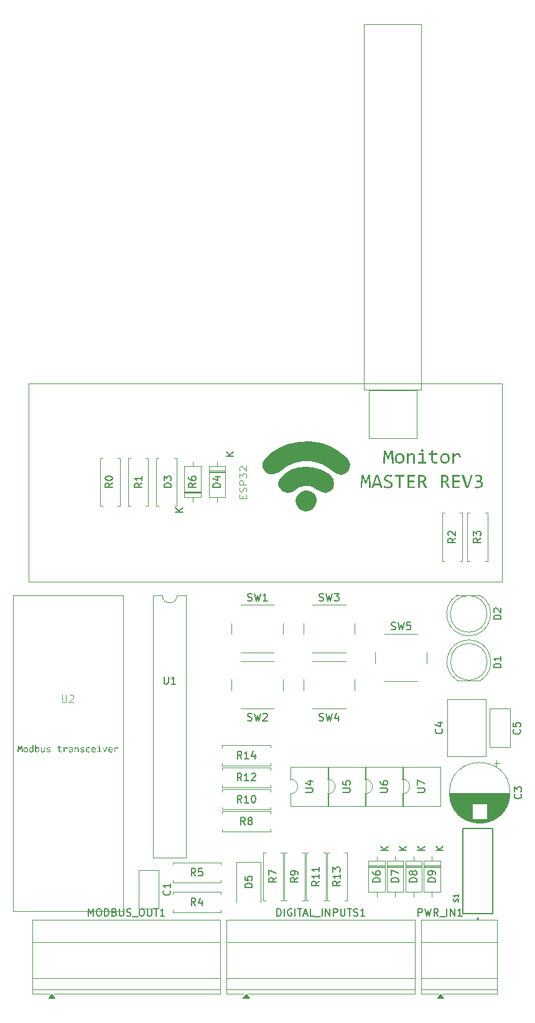
<source format=gbr>
%TF.GenerationSoftware,KiCad,Pcbnew,9.0.3*%
%TF.CreationDate,2026-01-26T07:37:58-05:00*%
%TF.ProjectId,MASTER,4d415354-4552-42e6-9b69-6361645f7063,rev?*%
%TF.SameCoordinates,Original*%
%TF.FileFunction,Legend,Top*%
%TF.FilePolarity,Positive*%
%FSLAX46Y46*%
G04 Gerber Fmt 4.6, Leading zero omitted, Abs format (unit mm)*
G04 Created by KiCad (PCBNEW 9.0.3) date 2026-01-26 07:37:58*
%MOMM*%
%LPD*%
G01*
G04 APERTURE LIST*
%ADD10C,0.100000*%
%ADD11C,0.150000*%
%ADD12C,0.300000*%
%ADD13C,0.120000*%
%ADD14C,0.127000*%
%ADD15C,0.200000*%
%ADD16C,0.000000*%
G04 APERTURE END LIST*
D10*
G36*
X91689306Y-45400000D02*
G01*
X91451535Y-45400000D01*
X91415998Y-44290160D01*
X91400977Y-43862613D01*
X91317690Y-44111252D01*
X91054030Y-44821632D01*
X90885991Y-44821632D01*
X90634543Y-44138485D01*
X90551256Y-43862613D01*
X90545761Y-44309333D01*
X90514375Y-45400000D01*
X90284787Y-45400000D01*
X90372226Y-43618004D01*
X90660555Y-43618004D01*
X90901012Y-44290160D01*
X90978803Y-44516939D01*
X91054030Y-44290160D01*
X91306699Y-43618004D01*
X91603210Y-43618004D01*
X91689306Y-45400000D01*
G37*
G36*
X92681030Y-44012897D02*
G01*
X92802809Y-44046772D01*
X92911312Y-44103564D01*
X93000890Y-44180861D01*
X93071538Y-44277909D01*
X93125209Y-44400436D01*
X93156972Y-44537358D01*
X93168318Y-44701221D01*
X93156690Y-44856972D01*
X93123255Y-44994678D01*
X93067475Y-45119875D01*
X92993440Y-45223168D01*
X92899972Y-45307223D01*
X92787055Y-45370812D01*
X92659961Y-45409781D01*
X92511183Y-45423447D01*
X92368553Y-45411529D01*
X92246668Y-45377651D01*
X92138290Y-45320749D01*
X92048587Y-45242951D01*
X91977965Y-45145328D01*
X91924267Y-45022766D01*
X91892619Y-44885574D01*
X91881280Y-44720394D01*
X91881875Y-44712456D01*
X92124546Y-44712456D01*
X92131986Y-44835245D01*
X92152512Y-44935327D01*
X92187445Y-45024865D01*
X92232380Y-45094452D01*
X92289993Y-45150227D01*
X92358165Y-45190073D01*
X92435228Y-45213871D01*
X92524860Y-45222191D01*
X92626074Y-45211226D01*
X92707188Y-45180547D01*
X92776341Y-45131682D01*
X92831507Y-45069173D01*
X92873029Y-44994931D01*
X92902582Y-44907240D01*
X92919419Y-44813364D01*
X92925174Y-44712456D01*
X92917689Y-44589883D01*
X92897086Y-44490561D01*
X92862186Y-44401551D01*
X92817219Y-44332048D01*
X92759576Y-44276228D01*
X92690823Y-44236304D01*
X92613313Y-44212456D01*
X92524860Y-44204187D01*
X92423547Y-44215185D01*
X92342411Y-44245952D01*
X92273272Y-44294744D01*
X92218091Y-44357327D01*
X92176575Y-44431466D01*
X92147017Y-44519138D01*
X92130251Y-44612825D01*
X92124546Y-44712456D01*
X91881875Y-44712456D01*
X91892933Y-44564924D01*
X91926343Y-44428401D01*
X91982124Y-44304358D01*
X92056158Y-44201378D01*
X92149616Y-44117217D01*
X92262421Y-44053611D01*
X92389621Y-44014639D01*
X92538416Y-44000976D01*
X92681030Y-44012897D01*
G37*
G36*
X93511968Y-44024424D02*
G01*
X93723726Y-44024424D01*
X93733252Y-44246318D01*
X93849389Y-44128471D01*
X93959421Y-44052878D01*
X94014339Y-44028288D01*
X94069330Y-44012578D01*
X94185467Y-44000976D01*
X94290532Y-44009780D01*
X94376705Y-44034372D01*
X94447620Y-44073183D01*
X94505914Y-44126273D01*
X94550349Y-44190998D01*
X94584240Y-44272763D01*
X94606400Y-44375354D01*
X94614480Y-44503384D01*
X94614480Y-45400000D01*
X94376832Y-45400000D01*
X94376832Y-44522435D01*
X94368840Y-44415890D01*
X94347771Y-44338608D01*
X94316626Y-44283565D01*
X94271431Y-44241459D01*
X94213183Y-44215483D01*
X94137718Y-44206140D01*
X94052233Y-44219207D01*
X94011074Y-44236283D01*
X93965527Y-44264392D01*
X93867830Y-44351343D01*
X93749738Y-44488119D01*
X93749738Y-45400000D01*
X93511968Y-45400000D01*
X93511968Y-44024424D01*
G37*
G36*
X95516957Y-44221772D02*
G01*
X95111148Y-44221772D01*
X95111148Y-44024424D01*
X95757414Y-44024424D01*
X95757414Y-45202651D01*
X96165911Y-45202651D01*
X96165911Y-45400000D01*
X95066085Y-45400000D01*
X95066085Y-45202651D01*
X95516957Y-45202651D01*
X95516957Y-44221772D01*
G37*
G36*
X95600366Y-43446057D02*
G01*
X95674005Y-43460467D01*
X95733479Y-43500767D01*
X95773046Y-43560362D01*
X95787456Y-43633635D01*
X95773046Y-43706297D01*
X95733479Y-43766503D01*
X95674005Y-43806926D01*
X95600366Y-43821214D01*
X95526483Y-43806926D01*
X95467132Y-43766503D01*
X95427442Y-43706297D01*
X95413154Y-43633635D01*
X95427442Y-43560362D01*
X95467132Y-43500767D01*
X95526483Y-43460467D01*
X95600366Y-43446057D01*
G37*
G36*
X97692795Y-45380460D02*
G01*
X97526099Y-45407449D01*
X97351221Y-45415631D01*
X97220334Y-45406971D01*
X97115546Y-45383205D01*
X97032041Y-45346764D01*
X96965928Y-45298761D01*
X96913040Y-45236611D01*
X96873592Y-45158628D01*
X96848147Y-45061288D01*
X96838922Y-44939968D01*
X96838922Y-44223726D01*
X96454972Y-44223726D01*
X96454972Y-44024424D01*
X96838922Y-44024424D01*
X96838922Y-43648046D01*
X97076570Y-43586741D01*
X97076570Y-44024424D01*
X97692795Y-44024424D01*
X97692795Y-44223726D01*
X97076570Y-44223726D01*
X97076570Y-44920551D01*
X97086425Y-45015811D01*
X97113227Y-45087531D01*
X97155094Y-45141346D01*
X97211900Y-45180049D01*
X97287263Y-45205125D01*
X97386758Y-45214375D01*
X97530129Y-45204972D01*
X97692795Y-45175296D01*
X97692795Y-45380460D01*
G37*
G36*
X98832042Y-44012897D02*
G01*
X98953821Y-44046772D01*
X99062324Y-44103564D01*
X99151901Y-44180861D01*
X99222549Y-44277909D01*
X99276221Y-44400436D01*
X99307983Y-44537358D01*
X99319330Y-44701221D01*
X99307702Y-44856972D01*
X99274267Y-44994678D01*
X99218486Y-45119875D01*
X99144452Y-45223168D01*
X99050984Y-45307223D01*
X98938067Y-45370812D01*
X98810973Y-45409781D01*
X98662195Y-45423447D01*
X98519565Y-45411529D01*
X98397680Y-45377651D01*
X98289302Y-45320749D01*
X98199599Y-45242951D01*
X98128977Y-45145328D01*
X98075279Y-45022766D01*
X98043631Y-44885574D01*
X98032292Y-44720394D01*
X98032887Y-44712456D01*
X98275558Y-44712456D01*
X98282998Y-44835245D01*
X98303524Y-44935327D01*
X98338456Y-45024865D01*
X98383391Y-45094452D01*
X98441005Y-45150227D01*
X98509176Y-45190073D01*
X98586240Y-45213871D01*
X98675872Y-45222191D01*
X98777086Y-45211226D01*
X98858199Y-45180547D01*
X98927353Y-45131682D01*
X98982519Y-45069173D01*
X99024041Y-44994931D01*
X99053594Y-44907240D01*
X99070431Y-44813364D01*
X99076186Y-44712456D01*
X99068701Y-44589883D01*
X99048098Y-44490561D01*
X99013197Y-44401551D01*
X98968231Y-44332048D01*
X98910588Y-44276228D01*
X98841835Y-44236304D01*
X98764325Y-44212456D01*
X98675872Y-44204187D01*
X98574559Y-44215185D01*
X98493423Y-44245952D01*
X98424283Y-44294744D01*
X98369103Y-44357327D01*
X98327586Y-44431466D01*
X98298028Y-44519138D01*
X98281262Y-44612825D01*
X98275558Y-44712456D01*
X98032887Y-44712456D01*
X98043945Y-44564924D01*
X98077355Y-44428401D01*
X98133136Y-44304358D01*
X98207170Y-44201378D01*
X98300627Y-44117217D01*
X98413433Y-44053611D01*
X98540633Y-44014639D01*
X98689428Y-44000976D01*
X98832042Y-44012897D01*
G37*
G36*
X99719033Y-44024424D02*
G01*
X99936287Y-44024424D01*
X99943004Y-44277337D01*
X100028602Y-44184345D01*
X100108281Y-44115260D01*
X100182851Y-44066311D01*
X100263592Y-44029389D01*
X100342689Y-44007992D01*
X100421232Y-44000976D01*
X100526044Y-44010484D01*
X100612617Y-44037202D01*
X100684563Y-44079800D01*
X100744365Y-44138852D01*
X100788836Y-44209528D01*
X100821799Y-44298416D01*
X100841786Y-44409618D01*
X100846092Y-44548080D01*
X100605635Y-44548080D01*
X100600356Y-44428437D01*
X100581519Y-44344513D01*
X100553001Y-44287229D01*
X100509818Y-44242503D01*
X100455683Y-44215638D01*
X100387038Y-44206140D01*
X100339537Y-44210338D01*
X100290806Y-44223237D01*
X100242983Y-44244602D01*
X100191033Y-44277704D01*
X100082345Y-44373691D01*
X99959490Y-44515230D01*
X99959490Y-45400000D01*
X99719033Y-45400000D01*
X99719033Y-44024424D01*
G37*
G36*
X88613800Y-48760000D02*
G01*
X88376029Y-48760000D01*
X88340492Y-47650160D01*
X88325471Y-47222613D01*
X88242184Y-47471252D01*
X87978524Y-48181632D01*
X87810485Y-48181632D01*
X87559037Y-47498485D01*
X87475750Y-47222613D01*
X87470255Y-47669333D01*
X87438869Y-48760000D01*
X87209281Y-48760000D01*
X87296720Y-46978004D01*
X87585049Y-46978004D01*
X87825506Y-47650160D01*
X87903297Y-47876939D01*
X87978524Y-47650160D01*
X88231193Y-46978004D01*
X88527704Y-46978004D01*
X88613800Y-48760000D01*
G37*
G36*
X90204797Y-48760000D02*
G01*
X89939794Y-48760000D01*
X89815474Y-48369211D01*
X89072243Y-48369211D01*
X88946580Y-48760000D01*
X88693789Y-48760000D01*
X88895973Y-48152323D01*
X89141853Y-48152323D01*
X89745743Y-48152323D01*
X89443859Y-47201242D01*
X89141853Y-48152323D01*
X88895973Y-48152323D01*
X89286689Y-46978004D01*
X89620080Y-46978004D01*
X90204797Y-48760000D01*
G37*
G36*
X91580007Y-48274689D02*
G01*
X91566522Y-48396228D01*
X91528105Y-48497683D01*
X91466252Y-48584968D01*
X91383269Y-48656929D01*
X91283396Y-48711470D01*
X91159787Y-48752062D01*
X91025587Y-48775282D01*
X90872313Y-48783447D01*
X90730897Y-48777951D01*
X90595586Y-48764274D01*
X90473342Y-48745223D01*
X90369539Y-48721898D01*
X90369539Y-48486570D01*
X90475780Y-48520037D01*
X90599738Y-48546653D01*
X90731835Y-48562716D01*
X90890021Y-48568513D01*
X91003118Y-48563495D01*
X91090178Y-48550073D01*
X91167809Y-48526201D01*
X91225488Y-48495484D01*
X91271452Y-48454687D01*
X91301936Y-48407313D01*
X91319654Y-48352718D01*
X91325872Y-48288367D01*
X91315520Y-48220327D01*
X91285572Y-48164658D01*
X91240047Y-48117065D01*
X91179693Y-48073066D01*
X91111063Y-48035157D01*
X91030094Y-47999183D01*
X90858636Y-47930062D01*
X90687177Y-47852882D01*
X90607053Y-47806889D01*
X90537578Y-47754330D01*
X90478303Y-47692577D01*
X90431699Y-47620973D01*
X90401978Y-47539469D01*
X90391399Y-47439134D01*
X90400830Y-47348714D01*
X90429623Y-47258517D01*
X90477770Y-47175483D01*
X90548447Y-47100614D01*
X90637504Y-47039801D01*
X90755443Y-46989117D01*
X90888654Y-46958096D01*
X91056716Y-46946741D01*
X91154414Y-46950893D01*
X91261026Y-46962494D01*
X91367516Y-46979713D01*
X91465213Y-47000230D01*
X91465213Y-47219316D01*
X91254797Y-47173520D01*
X91150353Y-47161630D01*
X91051221Y-47157766D01*
X90912678Y-47167151D01*
X90813379Y-47191678D01*
X90743841Y-47227376D01*
X90688652Y-47279854D01*
X90656550Y-47341175D01*
X90645534Y-47414466D01*
X90655858Y-47482642D01*
X90685834Y-47539030D01*
X90731375Y-47587264D01*
X90791713Y-47631964D01*
X90860390Y-47670349D01*
X90941312Y-47706458D01*
X91112770Y-47775579D01*
X91284229Y-47853492D01*
X91364285Y-47900242D01*
X91433827Y-47953998D01*
X91493073Y-48017086D01*
X91539707Y-48090163D01*
X91569431Y-48172990D01*
X91580007Y-48274689D01*
G37*
G36*
X93176500Y-47185122D02*
G01*
X92647714Y-47185122D01*
X92647714Y-48760000D01*
X92401884Y-48760000D01*
X92401884Y-47185122D01*
X91873098Y-47185122D01*
X91873098Y-46978004D01*
X93176500Y-46978004D01*
X93176500Y-47185122D01*
G37*
G36*
X94583095Y-48760000D02*
G01*
X93568021Y-48760000D01*
X93568021Y-46978004D01*
X94583095Y-46978004D01*
X94583095Y-47183168D01*
X93811165Y-47183168D01*
X93811165Y-47734180D01*
X94553053Y-47734180D01*
X94553053Y-47939344D01*
X93811165Y-47939344D01*
X93811165Y-48552882D01*
X94583095Y-48552882D01*
X94583095Y-48760000D01*
G37*
G36*
X95691381Y-46987235D02*
G01*
X95809316Y-47012320D01*
X95913810Y-47054692D01*
X95993109Y-47108185D01*
X96055328Y-47176212D01*
X96098255Y-47256685D01*
X96123186Y-47346789D01*
X96131839Y-47449026D01*
X96125580Y-47530913D01*
X96107170Y-47607173D01*
X96076575Y-47678433D01*
X96034019Y-47742728D01*
X95980326Y-47799057D01*
X95913852Y-47848241D01*
X95838113Y-47886536D01*
X95749232Y-47914553D01*
X95818383Y-47949428D01*
X95876971Y-48003946D01*
X95927498Y-48074197D01*
X95984194Y-48173817D01*
X96267027Y-48760000D01*
X95992376Y-48760000D01*
X95726029Y-48192990D01*
X95664480Y-48085279D01*
X95631082Y-48046173D01*
X95596825Y-48017501D01*
X95558982Y-47995937D01*
X95517568Y-47981475D01*
X95421336Y-47970607D01*
X95306542Y-47970607D01*
X95306542Y-48760000D01*
X95063398Y-48760000D01*
X95063398Y-47775212D01*
X95306542Y-47775212D01*
X95503280Y-47775212D01*
X95586895Y-47770035D01*
X95658374Y-47755429D01*
X95723281Y-47730206D01*
X95775855Y-47696444D01*
X95818831Y-47652960D01*
X95850959Y-47600457D01*
X95870743Y-47540603D01*
X95877704Y-47469542D01*
X95866771Y-47377864D01*
X95836599Y-47307940D01*
X95788189Y-47254487D01*
X95724674Y-47216687D01*
X95642379Y-47192164D01*
X95536130Y-47183168D01*
X95306542Y-47183168D01*
X95306542Y-47775212D01*
X95063398Y-47775212D01*
X95063398Y-46978004D01*
X95541626Y-46978004D01*
X95691381Y-46987235D01*
G37*
G36*
X98766887Y-46987235D02*
G01*
X98884822Y-47012320D01*
X98989316Y-47054692D01*
X99068615Y-47108185D01*
X99130834Y-47176212D01*
X99173761Y-47256685D01*
X99198692Y-47346789D01*
X99207345Y-47449026D01*
X99201086Y-47530913D01*
X99182676Y-47607173D01*
X99152081Y-47678433D01*
X99109525Y-47742728D01*
X99055832Y-47799057D01*
X98989358Y-47848241D01*
X98913619Y-47886536D01*
X98824738Y-47914553D01*
X98893889Y-47949428D01*
X98952477Y-48003946D01*
X99003004Y-48074197D01*
X99059700Y-48173817D01*
X99342533Y-48760000D01*
X99067882Y-48760000D01*
X98801535Y-48192990D01*
X98739986Y-48085279D01*
X98706588Y-48046173D01*
X98672331Y-48017501D01*
X98634488Y-47995937D01*
X98593074Y-47981475D01*
X98496842Y-47970607D01*
X98382048Y-47970607D01*
X98382048Y-48760000D01*
X98138904Y-48760000D01*
X98138904Y-47775212D01*
X98382048Y-47775212D01*
X98578786Y-47775212D01*
X98662401Y-47770035D01*
X98733880Y-47755429D01*
X98798787Y-47730206D01*
X98851361Y-47696444D01*
X98894337Y-47652960D01*
X98926465Y-47600457D01*
X98946249Y-47540603D01*
X98953210Y-47469542D01*
X98942277Y-47377864D01*
X98912105Y-47307940D01*
X98863695Y-47254487D01*
X98800180Y-47216687D01*
X98717884Y-47192164D01*
X98611636Y-47183168D01*
X98382048Y-47183168D01*
X98382048Y-47775212D01*
X98138904Y-47775212D01*
X98138904Y-46978004D01*
X98617132Y-46978004D01*
X98766887Y-46987235D01*
G37*
G36*
X100734107Y-48760000D02*
G01*
X99719033Y-48760000D01*
X99719033Y-46978004D01*
X100734107Y-46978004D01*
X100734107Y-47183168D01*
X99962177Y-47183168D01*
X99962177Y-47734180D01*
X100704065Y-47734180D01*
X100704065Y-47939344D01*
X99962177Y-47939344D01*
X99962177Y-48552882D01*
X100734107Y-48552882D01*
X100734107Y-48760000D01*
G37*
G36*
X102515003Y-46978004D02*
G01*
X101908426Y-48760000D01*
X101580530Y-48760000D01*
X100987631Y-46978004D01*
X101262160Y-46978004D01*
X101647453Y-48179190D01*
X101756751Y-48530900D01*
X101868859Y-48179190D01*
X102255495Y-46978004D01*
X102515003Y-46978004D01*
G37*
G36*
X103862857Y-48218147D02*
G01*
X103850799Y-48332136D01*
X103814986Y-48438210D01*
X103755965Y-48533688D01*
X103671615Y-48617972D01*
X103566890Y-48685133D01*
X103431158Y-48739239D01*
X103279631Y-48771695D01*
X103093737Y-48783447D01*
X102902372Y-48776364D01*
X102743981Y-48758046D01*
X102743981Y-48545066D01*
X102922889Y-48568147D01*
X103115596Y-48576329D01*
X103244436Y-48569904D01*
X103344330Y-48552637D01*
X103433277Y-48522507D01*
X103499424Y-48484249D01*
X103551820Y-48434283D01*
X103586863Y-48375928D01*
X103607135Y-48309510D01*
X103614218Y-48232435D01*
X103605702Y-48162417D01*
X103581368Y-48104330D01*
X103542486Y-48054728D01*
X103489166Y-48012983D01*
X103425708Y-47981417D01*
X103347139Y-47957784D01*
X103262269Y-47944130D01*
X103166155Y-47939344D01*
X102962578Y-47939344D01*
X102962578Y-47743949D01*
X103168841Y-47743949D01*
X103247194Y-47738439D01*
X103315631Y-47722700D01*
X103377999Y-47696259D01*
X103429082Y-47661517D01*
X103470619Y-47617129D01*
X103501500Y-47563087D01*
X103520217Y-47501914D01*
X103526779Y-47430341D01*
X103515907Y-47338221D01*
X103486297Y-47270095D01*
X103439340Y-47219926D01*
X103377436Y-47185387D01*
X103293924Y-47162433D01*
X103182519Y-47153859D01*
X103091871Y-47158172D01*
X102996650Y-47171444D01*
X102791730Y-47224200D01*
X102791730Y-47017083D01*
X102890771Y-46987407D01*
X102996040Y-46965425D01*
X103100576Y-46951625D01*
X103200227Y-46946741D01*
X103337650Y-46954945D01*
X103450331Y-46977637D01*
X103551564Y-47016336D01*
X103630583Y-47066297D01*
X103694281Y-47130348D01*
X103739881Y-47206371D01*
X103767329Y-47292452D01*
X103776884Y-47391873D01*
X103767587Y-47491834D01*
X103741098Y-47576960D01*
X103698238Y-47650160D01*
X103640768Y-47713795D01*
X103569670Y-47769156D01*
X103483060Y-47816367D01*
X103551731Y-47832539D01*
X103620324Y-47859965D01*
X103684645Y-47897331D01*
X103741957Y-47943740D01*
X103790608Y-47999124D01*
X103829396Y-48064274D01*
X103854306Y-48136635D01*
X103862857Y-48218147D01*
G37*
G36*
X41230832Y-84755000D02*
G01*
X41111947Y-84755000D01*
X41094178Y-84200080D01*
X41086668Y-83986306D01*
X41045024Y-84110626D01*
X40913194Y-84465816D01*
X40829175Y-84465816D01*
X40703451Y-84124242D01*
X40661807Y-83986306D01*
X40659060Y-84209666D01*
X40643367Y-84755000D01*
X40528573Y-84755000D01*
X40572292Y-83864002D01*
X40716457Y-83864002D01*
X40836685Y-84200080D01*
X40875581Y-84313469D01*
X40913194Y-84200080D01*
X41039529Y-83864002D01*
X41187784Y-83864002D01*
X41230832Y-84755000D01*
G37*
G36*
X41726694Y-84061448D02*
G01*
X41787584Y-84078386D01*
X41841835Y-84106782D01*
X41886624Y-84145430D01*
X41921948Y-84193954D01*
X41948784Y-84255218D01*
X41964665Y-84323679D01*
X41970338Y-84405610D01*
X41964524Y-84483486D01*
X41947807Y-84552339D01*
X41919917Y-84614937D01*
X41882899Y-84666584D01*
X41836165Y-84708611D01*
X41779707Y-84740406D01*
X41716160Y-84759890D01*
X41641771Y-84766723D01*
X41570456Y-84760764D01*
X41509513Y-84743825D01*
X41455324Y-84715374D01*
X41410473Y-84676475D01*
X41375162Y-84627664D01*
X41348313Y-84566383D01*
X41332489Y-84497787D01*
X41326819Y-84415197D01*
X41327117Y-84411228D01*
X41448452Y-84411228D01*
X41452172Y-84472622D01*
X41462435Y-84522663D01*
X41479902Y-84567432D01*
X41502369Y-84602226D01*
X41531176Y-84630113D01*
X41565262Y-84650036D01*
X41603793Y-84661935D01*
X41648609Y-84666095D01*
X41699216Y-84660613D01*
X41739773Y-84645273D01*
X41774350Y-84620841D01*
X41801933Y-84589586D01*
X41822694Y-84552465D01*
X41837470Y-84508620D01*
X41845889Y-84461682D01*
X41848766Y-84411228D01*
X41845024Y-84349941D01*
X41834722Y-84300280D01*
X41817272Y-84255775D01*
X41794789Y-84221024D01*
X41765967Y-84193114D01*
X41731591Y-84173152D01*
X41692836Y-84161228D01*
X41648609Y-84157093D01*
X41597953Y-84162592D01*
X41557385Y-84177976D01*
X41522815Y-84202372D01*
X41495225Y-84233663D01*
X41474467Y-84270733D01*
X41459688Y-84314569D01*
X41451305Y-84361412D01*
X41448452Y-84411228D01*
X41327117Y-84411228D01*
X41332646Y-84337462D01*
X41349351Y-84269200D01*
X41377241Y-84207179D01*
X41414258Y-84155689D01*
X41460987Y-84113608D01*
X41517390Y-84081805D01*
X41580990Y-84062319D01*
X41655387Y-84055488D01*
X41726694Y-84061448D01*
G37*
G36*
X42689328Y-84755000D02*
G01*
X42582777Y-84755000D01*
X42578686Y-84624452D01*
X42542889Y-84670445D01*
X42506953Y-84705747D01*
X42470731Y-84731857D01*
X42430839Y-84751273D01*
X42389171Y-84762831D01*
X42345068Y-84766723D01*
X42288923Y-84760355D01*
X42241570Y-84742116D01*
X42200797Y-84712638D01*
X42167076Y-84672690D01*
X42141576Y-84624599D01*
X42122318Y-84564918D01*
X42111216Y-84500060D01*
X42107297Y-84425394D01*
X42107841Y-84418066D01*
X42228930Y-84418066D01*
X42233857Y-84501031D01*
X42246756Y-84561221D01*
X42265445Y-84603874D01*
X42293886Y-84638493D01*
X42327746Y-84658330D01*
X42368943Y-84665118D01*
X42397794Y-84661135D01*
X42429212Y-84648353D01*
X42464258Y-84624757D01*
X42512891Y-84577842D01*
X42569771Y-84505017D01*
X42569771Y-84186097D01*
X42539312Y-84174198D01*
X42504864Y-84165275D01*
X42434522Y-84158070D01*
X42386901Y-84162341D01*
X42346687Y-84174451D01*
X42312455Y-84193915D01*
X42283213Y-84221024D01*
X42261253Y-84253484D01*
X42244288Y-84295549D01*
X42233062Y-84349494D01*
X42228930Y-84418066D01*
X42107841Y-84418066D01*
X42113578Y-84340799D01*
X42131233Y-84269750D01*
X42160677Y-84206161D01*
X42199194Y-84154834D01*
X42247508Y-84113736D01*
X42305073Y-84083698D01*
X42369300Y-84065672D01*
X42442765Y-84059396D01*
X42507306Y-84063487D01*
X42569771Y-84076493D01*
X42569771Y-83789752D01*
X42689328Y-83789752D01*
X42689328Y-84755000D01*
G37*
G36*
X43029925Y-84054694D02*
G01*
X43024429Y-84181334D01*
X43061179Y-84137960D01*
X43097625Y-84106055D01*
X43134033Y-84083881D01*
X43194372Y-84062639D01*
X43259452Y-84055488D01*
X43315540Y-84061881D01*
X43362584Y-84080157D01*
X43403108Y-84109557D01*
X43437017Y-84149583D01*
X43462813Y-84197704D01*
X43482140Y-84257660D01*
X43493228Y-84322946D01*
X43497161Y-84398893D01*
X43490999Y-84481591D01*
X43473592Y-84551789D01*
X43444606Y-84614800D01*
X43406608Y-84666034D01*
X43358866Y-84707190D01*
X43301095Y-84737841D01*
X43236320Y-84756336D01*
X43161083Y-84762815D01*
X43100039Y-84759958D01*
X43036703Y-84751214D01*
X42973828Y-84736279D01*
X42911040Y-84714333D01*
X42911040Y-84303456D01*
X43029925Y-84303456D01*
X43029925Y-84636664D01*
X43100938Y-84658218D01*
X43169937Y-84666095D01*
X43210156Y-84662814D01*
X43248156Y-84653089D01*
X43282964Y-84635871D01*
X43313735Y-84609675D01*
X43338467Y-84575489D01*
X43358798Y-84528892D01*
X43371006Y-84475309D01*
X43375590Y-84404023D01*
X43373535Y-84351137D01*
X43367713Y-84304799D01*
X43357156Y-84261731D01*
X43342739Y-84227496D01*
X43322963Y-84198452D01*
X43299019Y-84177182D01*
X43270372Y-84163736D01*
X43235516Y-84159047D01*
X43189721Y-84166252D01*
X43166740Y-84175479D01*
X43141544Y-84190188D01*
X43088971Y-84234640D01*
X43029925Y-84303456D01*
X42911040Y-84303456D01*
X42911040Y-83789752D01*
X43029925Y-83789752D01*
X43029925Y-84054694D01*
G37*
G36*
X44231172Y-84755000D02*
G01*
X44124621Y-84755000D01*
X44120530Y-84644052D01*
X44062095Y-84702976D01*
X44033942Y-84724585D01*
X44007079Y-84740833D01*
X43979404Y-84753105D01*
X43952125Y-84760922D01*
X43893751Y-84766723D01*
X43841220Y-84762339D01*
X43798204Y-84750100D01*
X43762873Y-84730807D01*
X43733894Y-84704441D01*
X43711824Y-84672245D01*
X43694972Y-84631483D01*
X43683942Y-84580242D01*
X43679916Y-84516191D01*
X43679916Y-84067212D01*
X43798801Y-84067212D01*
X43798801Y-84506910D01*
X43804865Y-84570314D01*
X43820600Y-84613412D01*
X43843959Y-84641847D01*
X43875372Y-84658962D01*
X43917625Y-84665118D01*
X43960307Y-84658646D01*
X43980989Y-84650085D01*
X44004026Y-84636053D01*
X44053241Y-84592517D01*
X44112348Y-84523335D01*
X44112348Y-84067212D01*
X44231172Y-84067212D01*
X44231172Y-84755000D01*
G37*
G36*
X44991867Y-84567055D02*
G01*
X44988670Y-84601989D01*
X44979532Y-84632023D01*
X44964997Y-84659154D01*
X44946071Y-84682948D01*
X44923359Y-84703447D01*
X44896917Y-84720928D01*
X44837139Y-84746878D01*
X44771926Y-84761899D01*
X44706347Y-84766723D01*
X44578241Y-84760556D01*
X44520330Y-84752491D01*
X44463814Y-84740711D01*
X44463814Y-84631229D01*
X44524065Y-84646344D01*
X44583370Y-84657241D01*
X44642772Y-84663893D01*
X44701523Y-84666095D01*
X44758580Y-84662927D01*
X44799448Y-84654692D01*
X44827919Y-84642892D01*
X44851176Y-84624638D01*
X44864389Y-84602943D01*
X44868890Y-84576580D01*
X44862418Y-84543424D01*
X44853739Y-84529600D01*
X44838848Y-84515397D01*
X44819029Y-84502822D01*
X44785909Y-84487676D01*
X44687906Y-84454825D01*
X44602116Y-84423745D01*
X44564902Y-84404302D01*
X44534155Y-84382346D01*
X44508478Y-84356249D01*
X44489093Y-84326292D01*
X44477022Y-84292185D01*
X44472728Y-84250394D01*
X44475853Y-84221265D01*
X44486040Y-84187501D01*
X44503567Y-84155182D01*
X44531469Y-84123876D01*
X44567619Y-84097843D01*
X44618236Y-84074966D01*
X44676617Y-84060811D01*
X44754829Y-84055488D01*
X44844283Y-84059945D01*
X44946804Y-84075211D01*
X44946804Y-84180785D01*
X44840558Y-84160635D01*
X44753486Y-84154162D01*
X44710797Y-84156053D01*
X44678625Y-84161062D01*
X44650097Y-84169612D01*
X44629471Y-84179930D01*
X44612967Y-84193369D01*
X44602482Y-84208140D01*
X44596358Y-84224866D01*
X44594300Y-84242883D01*
X44601444Y-84276406D01*
X44611087Y-84290487D01*
X44628128Y-84305471D01*
X44682411Y-84333497D01*
X44773269Y-84363906D01*
X44831432Y-84382930D01*
X44875729Y-84401214D01*
X44914659Y-84422558D01*
X44943384Y-84444628D01*
X44965871Y-84470419D01*
X44980570Y-84498667D01*
X44988915Y-84530021D01*
X44991867Y-84567055D01*
G37*
G36*
X46539206Y-84745230D02*
G01*
X46455858Y-84758724D01*
X46368419Y-84762815D01*
X46302976Y-84758485D01*
X46250582Y-84746602D01*
X46208829Y-84728382D01*
X46175773Y-84704380D01*
X46149329Y-84673305D01*
X46129605Y-84634314D01*
X46116882Y-84585644D01*
X46112270Y-84524984D01*
X46112270Y-84166863D01*
X45920295Y-84166863D01*
X45920295Y-84067212D01*
X46112270Y-84067212D01*
X46112270Y-83879023D01*
X46231094Y-83848370D01*
X46231094Y-84067212D01*
X46539206Y-84067212D01*
X46539206Y-84166863D01*
X46231094Y-84166863D01*
X46231094Y-84515275D01*
X46236021Y-84562905D01*
X46249422Y-84598765D01*
X46270356Y-84625673D01*
X46298759Y-84645024D01*
X46336440Y-84657562D01*
X46386188Y-84662187D01*
X46457873Y-84657486D01*
X46539206Y-84642648D01*
X46539206Y-84745230D01*
G37*
G36*
X46783449Y-84067212D02*
G01*
X46892076Y-84067212D01*
X46895434Y-84193668D01*
X46938233Y-84147172D01*
X46978073Y-84112630D01*
X47015357Y-84088155D01*
X47055728Y-84069694D01*
X47095277Y-84058996D01*
X47134548Y-84055488D01*
X47186954Y-84060242D01*
X47230241Y-84073601D01*
X47266214Y-84094900D01*
X47296115Y-84124426D01*
X47318350Y-84159764D01*
X47334832Y-84204208D01*
X47344825Y-84259809D01*
X47346978Y-84329040D01*
X47226750Y-84329040D01*
X47224110Y-84269218D01*
X47214692Y-84227256D01*
X47200433Y-84198614D01*
X47178841Y-84176251D01*
X47151774Y-84162819D01*
X47117451Y-84158070D01*
X47093701Y-84160169D01*
X47069335Y-84166618D01*
X47045424Y-84177301D01*
X47019449Y-84193852D01*
X46965105Y-84241845D01*
X46903677Y-84312615D01*
X46903677Y-84755000D01*
X46783449Y-84755000D01*
X46783449Y-84067212D01*
G37*
G36*
X47864110Y-84059071D02*
G01*
X47915698Y-84069166D01*
X47962527Y-84086839D01*
X48000084Y-84110931D01*
X48030441Y-84142437D01*
X48053023Y-84181456D01*
X48066597Y-84226280D01*
X48071464Y-84281352D01*
X48071464Y-84755000D01*
X47964913Y-84755000D01*
X47962165Y-84662676D01*
X47904101Y-84711237D01*
X47848409Y-84742238D01*
X47789352Y-84760582D01*
X47727203Y-84766723D01*
X47670889Y-84762688D01*
X47626758Y-84751702D01*
X47588087Y-84733455D01*
X47558126Y-84710425D01*
X47534722Y-84681815D01*
X47518498Y-84648632D01*
X47509096Y-84612028D01*
X47505858Y-84571390D01*
X47506248Y-84567543D01*
X47631521Y-84567543D01*
X47637688Y-84605462D01*
X47645692Y-84622533D01*
X47657472Y-84637641D01*
X47672801Y-84649941D01*
X47693009Y-84659867D01*
X47716234Y-84665841D01*
X47746315Y-84668049D01*
X47788093Y-84662375D01*
X47840227Y-84643075D01*
X47892344Y-84612447D01*
X47951907Y-84564124D01*
X47951907Y-84442369D01*
X47800965Y-84442369D01*
X47758203Y-84444769D01*
X47724456Y-84451284D01*
X47694444Y-84462414D01*
X47671821Y-84476563D01*
X47653899Y-84494726D01*
X47641413Y-84515886D01*
X47634082Y-84539793D01*
X47631521Y-84567543D01*
X47506248Y-84567543D01*
X47510919Y-84521425D01*
X47525401Y-84478784D01*
X47549051Y-84441944D01*
X47582673Y-84409945D01*
X47621906Y-84386162D01*
X47671311Y-84367880D01*
X47733083Y-84355885D01*
X47809818Y-84351510D01*
X47951907Y-84351510D01*
X47951907Y-84291243D01*
X47947326Y-84252343D01*
X47934311Y-84220365D01*
X47912950Y-84193729D01*
X47884736Y-84174460D01*
X47846212Y-84161812D01*
X47794126Y-84157093D01*
X47736464Y-84160408D01*
X47679698Y-84170343D01*
X47623252Y-84186054D01*
X47563255Y-84207896D01*
X47563255Y-84100429D01*
X47613447Y-84083942D01*
X47671821Y-84069532D01*
X47736057Y-84059335D01*
X47803712Y-84055488D01*
X47864110Y-84059071D01*
G37*
G36*
X48293175Y-84067212D02*
G01*
X48399054Y-84067212D01*
X48403817Y-84178159D01*
X48461886Y-84119235D01*
X48516901Y-84081439D01*
X48544361Y-84069144D01*
X48571856Y-84061289D01*
X48629925Y-84055488D01*
X48682457Y-84059890D01*
X48725544Y-84072186D01*
X48761001Y-84091591D01*
X48790148Y-84118136D01*
X48812365Y-84150499D01*
X48829311Y-84191381D01*
X48840391Y-84242677D01*
X48844431Y-84306692D01*
X48844431Y-84755000D01*
X48725607Y-84755000D01*
X48725607Y-84316217D01*
X48721611Y-84262945D01*
X48711076Y-84224304D01*
X48695504Y-84196782D01*
X48672907Y-84175729D01*
X48643783Y-84162741D01*
X48606050Y-84158070D01*
X48563308Y-84164603D01*
X48542728Y-84173141D01*
X48519954Y-84187196D01*
X48471106Y-84230671D01*
X48412060Y-84299059D01*
X48412060Y-84755000D01*
X48293175Y-84755000D01*
X48293175Y-84067212D01*
G37*
G36*
X49605125Y-84567055D02*
G01*
X49601929Y-84601989D01*
X49592791Y-84632023D01*
X49578256Y-84659154D01*
X49559330Y-84682948D01*
X49536618Y-84703447D01*
X49510176Y-84720928D01*
X49450398Y-84746878D01*
X49385185Y-84761899D01*
X49319606Y-84766723D01*
X49191500Y-84760556D01*
X49133589Y-84752491D01*
X49077072Y-84740711D01*
X49077072Y-84631229D01*
X49137324Y-84646344D01*
X49196629Y-84657241D01*
X49256031Y-84663893D01*
X49314782Y-84666095D01*
X49371839Y-84662927D01*
X49412707Y-84654692D01*
X49441177Y-84642892D01*
X49464435Y-84624638D01*
X49477648Y-84602943D01*
X49482149Y-84576580D01*
X49475677Y-84543424D01*
X49466998Y-84529600D01*
X49452107Y-84515397D01*
X49432288Y-84502822D01*
X49399168Y-84487676D01*
X49301165Y-84454825D01*
X49215375Y-84423745D01*
X49178161Y-84404302D01*
X49147414Y-84382346D01*
X49121737Y-84356249D01*
X49102352Y-84326292D01*
X49090281Y-84292185D01*
X49085987Y-84250394D01*
X49089112Y-84221265D01*
X49099299Y-84187501D01*
X49116826Y-84155182D01*
X49144728Y-84123876D01*
X49180878Y-84097843D01*
X49231495Y-84074966D01*
X49289876Y-84060811D01*
X49368088Y-84055488D01*
X49457542Y-84059945D01*
X49560063Y-84075211D01*
X49560063Y-84180785D01*
X49453817Y-84160635D01*
X49366744Y-84154162D01*
X49324056Y-84156053D01*
X49291884Y-84161062D01*
X49263356Y-84169612D01*
X49242730Y-84179930D01*
X49226226Y-84193369D01*
X49215741Y-84208140D01*
X49209616Y-84224866D01*
X49207559Y-84242883D01*
X49214703Y-84276406D01*
X49224346Y-84290487D01*
X49241387Y-84305471D01*
X49295670Y-84333497D01*
X49386528Y-84363906D01*
X49444690Y-84382930D01*
X49488988Y-84401214D01*
X49527918Y-84422558D01*
X49556643Y-84444628D01*
X49579130Y-84470419D01*
X49593829Y-84498667D01*
X49602174Y-84530021D01*
X49605125Y-84567055D01*
G37*
G36*
X50363744Y-84728621D02*
G01*
X50316728Y-84743779D01*
X50268489Y-84754450D01*
X50219151Y-84760700D01*
X50167678Y-84762815D01*
X50086601Y-84756612D01*
X50019428Y-84739256D01*
X49963646Y-84711944D01*
X49917329Y-84674888D01*
X49880615Y-84628573D01*
X49853338Y-84571871D01*
X49835869Y-84502599D01*
X49829585Y-84417944D01*
X49836121Y-84339314D01*
X49854864Y-84270727D01*
X49885588Y-84208849D01*
X49925877Y-84157581D01*
X49975826Y-84116074D01*
X50035176Y-84084980D01*
X50101027Y-84065967D01*
X50175249Y-84059396D01*
X50227594Y-84061287D01*
X50274961Y-84066723D01*
X50320573Y-84076420D01*
X50363744Y-84090659D01*
X50363744Y-84203988D01*
X50318641Y-84184468D01*
X50273252Y-84171259D01*
X50226609Y-84163591D01*
X50177936Y-84161001D01*
X50133291Y-84165372D01*
X50091535Y-84178342D01*
X50053418Y-84199472D01*
X50020155Y-84228351D01*
X49993016Y-84264037D01*
X49971673Y-84307974D01*
X49958532Y-84356901D01*
X49953904Y-84414159D01*
X49958321Y-84476584D01*
X49970499Y-84526886D01*
X49989315Y-84567320D01*
X50014354Y-84599661D01*
X50046343Y-84625841D01*
X50084123Y-84644935D01*
X50128842Y-84656949D01*
X50182027Y-84661210D01*
X50230012Y-84658498D01*
X50275999Y-84650464D01*
X50320563Y-84637062D01*
X50363744Y-84618224D01*
X50363744Y-84728621D01*
G37*
G36*
X50950999Y-84061414D02*
G01*
X51008972Y-84078142D01*
X51060334Y-84105699D01*
X51102212Y-84142194D01*
X51135149Y-84187462D01*
X51159609Y-84242944D01*
X51174017Y-84304351D01*
X51179087Y-84375507D01*
X51178416Y-84418005D01*
X51176340Y-84450184D01*
X50694754Y-84450184D01*
X50698884Y-84502513D01*
X50710444Y-84545839D01*
X50728674Y-84581815D01*
X50753494Y-84611690D01*
X50784302Y-84635266D01*
X50821823Y-84652797D01*
X50867444Y-84664018D01*
X50922938Y-84668049D01*
X50983021Y-84665546D01*
X51041090Y-84658646D01*
X51094702Y-84648815D01*
X51142207Y-84636786D01*
X51142207Y-84734483D01*
X51092007Y-84747163D01*
X51032542Y-84757747D01*
X50970770Y-84764446D01*
X50905841Y-84766723D01*
X50821327Y-84760331D01*
X50754166Y-84742787D01*
X50695688Y-84713006D01*
X50649996Y-84673361D01*
X50615120Y-84623583D01*
X50589913Y-84561926D01*
X50575547Y-84493393D01*
X50570434Y-84412449D01*
X50574461Y-84358349D01*
X50694754Y-84358349D01*
X51055439Y-84358349D01*
X51054180Y-84313503D01*
X51046586Y-84274207D01*
X51032450Y-84238348D01*
X51012758Y-84208628D01*
X50987203Y-84184284D01*
X50955666Y-84165703D01*
X50919717Y-84154297D01*
X50876471Y-84150254D01*
X50838819Y-84154127D01*
X50805396Y-84165397D01*
X50775591Y-84183536D01*
X50750075Y-84207957D01*
X50729394Y-84237641D01*
X50712523Y-84273902D01*
X50701037Y-84313598D01*
X50694754Y-84358349D01*
X50574461Y-84358349D01*
X50575723Y-84341394D01*
X50591256Y-84275368D01*
X50617130Y-84214147D01*
X50652011Y-84161856D01*
X50696376Y-84118116D01*
X50750075Y-84084248D01*
X50789712Y-84068520D01*
X50833409Y-84058834D01*
X50881905Y-84055488D01*
X50950999Y-84061414D01*
G37*
G36*
X51602299Y-84165886D02*
G01*
X51399394Y-84165886D01*
X51399394Y-84067212D01*
X51722528Y-84067212D01*
X51722528Y-84656325D01*
X51926776Y-84656325D01*
X51926776Y-84755000D01*
X51376863Y-84755000D01*
X51376863Y-84656325D01*
X51602299Y-84656325D01*
X51602299Y-84165886D01*
G37*
G36*
X51644004Y-83778028D02*
G01*
X51680823Y-83785233D01*
X51710560Y-83805383D01*
X51730344Y-83835181D01*
X51737549Y-83871817D01*
X51730344Y-83908148D01*
X51710560Y-83938251D01*
X51680823Y-83958463D01*
X51644004Y-83965607D01*
X51607062Y-83958463D01*
X51577386Y-83938251D01*
X51557542Y-83908148D01*
X51550398Y-83871817D01*
X51557542Y-83835181D01*
X51577386Y-83805383D01*
X51607062Y-83785233D01*
X51644004Y-83778028D01*
G37*
G36*
X52073322Y-84067212D02*
G01*
X52208632Y-84067212D01*
X52376671Y-84522114D01*
X52412880Y-84633061D01*
X52450433Y-84519366D01*
X52617128Y-84067212D01*
X52747554Y-84067212D01*
X52478459Y-84755000D01*
X52341805Y-84755000D01*
X52073322Y-84067212D01*
G37*
G36*
X53257629Y-84061414D02*
G01*
X53315602Y-84078142D01*
X53366963Y-84105699D01*
X53408841Y-84142194D01*
X53441779Y-84187462D01*
X53466239Y-84242944D01*
X53480647Y-84304351D01*
X53485717Y-84375507D01*
X53485045Y-84418005D01*
X53482969Y-84450184D01*
X53001383Y-84450184D01*
X53005513Y-84502513D01*
X53017074Y-84545839D01*
X53035304Y-84581815D01*
X53060124Y-84611690D01*
X53090931Y-84635266D01*
X53128452Y-84652797D01*
X53174073Y-84664018D01*
X53229567Y-84668049D01*
X53289651Y-84665546D01*
X53347720Y-84658646D01*
X53401331Y-84648815D01*
X53448836Y-84636786D01*
X53448836Y-84734483D01*
X53398637Y-84747163D01*
X53339171Y-84757747D01*
X53277399Y-84764446D01*
X53212470Y-84766723D01*
X53127956Y-84760331D01*
X53060795Y-84742787D01*
X53002318Y-84713006D01*
X52956626Y-84673361D01*
X52921749Y-84623583D01*
X52896542Y-84561926D01*
X52882176Y-84493393D01*
X52877064Y-84412449D01*
X52881090Y-84358349D01*
X53001383Y-84358349D01*
X53362069Y-84358349D01*
X53360809Y-84313503D01*
X53353215Y-84274207D01*
X53339079Y-84238348D01*
X53319387Y-84208628D01*
X53293833Y-84184284D01*
X53262296Y-84165703D01*
X53226347Y-84154297D01*
X53183100Y-84150254D01*
X53145449Y-84154127D01*
X53112025Y-84165397D01*
X53082221Y-84183536D01*
X53056704Y-84207957D01*
X53036023Y-84237641D01*
X53019152Y-84273902D01*
X53007666Y-84313598D01*
X53001383Y-84358349D01*
X52881090Y-84358349D01*
X52882352Y-84341394D01*
X52897885Y-84275368D01*
X52923759Y-84214147D01*
X52958641Y-84161856D01*
X53003006Y-84118116D01*
X53056704Y-84084248D01*
X53096341Y-84068520D01*
X53140039Y-84058834D01*
X53188534Y-84055488D01*
X53257629Y-84061414D01*
G37*
G36*
X53703337Y-84067212D02*
G01*
X53811964Y-84067212D01*
X53815323Y-84193668D01*
X53858122Y-84147172D01*
X53897961Y-84112630D01*
X53935246Y-84088155D01*
X53975617Y-84069694D01*
X54015165Y-84058996D01*
X54054436Y-84055488D01*
X54106842Y-84060242D01*
X54150129Y-84073601D01*
X54186102Y-84094900D01*
X54216003Y-84124426D01*
X54238238Y-84159764D01*
X54254720Y-84204208D01*
X54264714Y-84259809D01*
X54266867Y-84329040D01*
X54146638Y-84329040D01*
X54143999Y-84269218D01*
X54134580Y-84227256D01*
X54120321Y-84198614D01*
X54098730Y-84176251D01*
X54071662Y-84162819D01*
X54037339Y-84158070D01*
X54013589Y-84160169D01*
X53989224Y-84166618D01*
X53965312Y-84177301D01*
X53939337Y-84193852D01*
X53884993Y-84241845D01*
X53823566Y-84312615D01*
X53823566Y-84755000D01*
X53703337Y-84755000D01*
X53703337Y-84067212D01*
G37*
D11*
X81581667Y-80407200D02*
X81724524Y-80454819D01*
X81724524Y-80454819D02*
X81962619Y-80454819D01*
X81962619Y-80454819D02*
X82057857Y-80407200D01*
X82057857Y-80407200D02*
X82105476Y-80359580D01*
X82105476Y-80359580D02*
X82153095Y-80264342D01*
X82153095Y-80264342D02*
X82153095Y-80169104D01*
X82153095Y-80169104D02*
X82105476Y-80073866D01*
X82105476Y-80073866D02*
X82057857Y-80026247D01*
X82057857Y-80026247D02*
X81962619Y-79978628D01*
X81962619Y-79978628D02*
X81772143Y-79931009D01*
X81772143Y-79931009D02*
X81676905Y-79883390D01*
X81676905Y-79883390D02*
X81629286Y-79835771D01*
X81629286Y-79835771D02*
X81581667Y-79740533D01*
X81581667Y-79740533D02*
X81581667Y-79645295D01*
X81581667Y-79645295D02*
X81629286Y-79550057D01*
X81629286Y-79550057D02*
X81676905Y-79502438D01*
X81676905Y-79502438D02*
X81772143Y-79454819D01*
X81772143Y-79454819D02*
X82010238Y-79454819D01*
X82010238Y-79454819D02*
X82153095Y-79502438D01*
X82486429Y-79454819D02*
X82724524Y-80454819D01*
X82724524Y-80454819D02*
X82915000Y-79740533D01*
X82915000Y-79740533D02*
X83105476Y-80454819D01*
X83105476Y-80454819D02*
X83343572Y-79454819D01*
X84153095Y-79788152D02*
X84153095Y-80454819D01*
X83915000Y-79407200D02*
X83676905Y-80121485D01*
X83676905Y-80121485D02*
X84295952Y-80121485D01*
X81578119Y-102317857D02*
X81101928Y-102651190D01*
X81578119Y-102889285D02*
X80578119Y-102889285D01*
X80578119Y-102889285D02*
X80578119Y-102508333D01*
X80578119Y-102508333D02*
X80625738Y-102413095D01*
X80625738Y-102413095D02*
X80673357Y-102365476D01*
X80673357Y-102365476D02*
X80768595Y-102317857D01*
X80768595Y-102317857D02*
X80911452Y-102317857D01*
X80911452Y-102317857D02*
X81006690Y-102365476D01*
X81006690Y-102365476D02*
X81054309Y-102413095D01*
X81054309Y-102413095D02*
X81101928Y-102508333D01*
X81101928Y-102508333D02*
X81101928Y-102889285D01*
X81578119Y-101365476D02*
X81578119Y-101936904D01*
X81578119Y-101651190D02*
X80578119Y-101651190D01*
X80578119Y-101651190D02*
X80720976Y-101746428D01*
X80720976Y-101746428D02*
X80816214Y-101841666D01*
X80816214Y-101841666D02*
X80863833Y-101936904D01*
X81578119Y-100413095D02*
X81578119Y-100984523D01*
X81578119Y-100698809D02*
X80578119Y-100698809D01*
X80578119Y-100698809D02*
X80720976Y-100794047D01*
X80720976Y-100794047D02*
X80816214Y-100889285D01*
X80816214Y-100889285D02*
X80863833Y-100984523D01*
X98274580Y-81591666D02*
X98322200Y-81639285D01*
X98322200Y-81639285D02*
X98369819Y-81782142D01*
X98369819Y-81782142D02*
X98369819Y-81877380D01*
X98369819Y-81877380D02*
X98322200Y-82020237D01*
X98322200Y-82020237D02*
X98226961Y-82115475D01*
X98226961Y-82115475D02*
X98131723Y-82163094D01*
X98131723Y-82163094D02*
X97941247Y-82210713D01*
X97941247Y-82210713D02*
X97798390Y-82210713D01*
X97798390Y-82210713D02*
X97607914Y-82163094D01*
X97607914Y-82163094D02*
X97512676Y-82115475D01*
X97512676Y-82115475D02*
X97417438Y-82020237D01*
X97417438Y-82020237D02*
X97369819Y-81877380D01*
X97369819Y-81877380D02*
X97369819Y-81782142D01*
X97369819Y-81782142D02*
X97417438Y-81639285D01*
X97417438Y-81639285D02*
X97465057Y-81591666D01*
X97703152Y-80734523D02*
X98369819Y-80734523D01*
X97322200Y-80972618D02*
X98036485Y-81210713D01*
X98036485Y-81210713D02*
X98036485Y-80591666D01*
X71022142Y-88629819D02*
X70688809Y-88153628D01*
X70450714Y-88629819D02*
X70450714Y-87629819D01*
X70450714Y-87629819D02*
X70831666Y-87629819D01*
X70831666Y-87629819D02*
X70926904Y-87677438D01*
X70926904Y-87677438D02*
X70974523Y-87725057D01*
X70974523Y-87725057D02*
X71022142Y-87820295D01*
X71022142Y-87820295D02*
X71022142Y-87963152D01*
X71022142Y-87963152D02*
X70974523Y-88058390D01*
X70974523Y-88058390D02*
X70926904Y-88106009D01*
X70926904Y-88106009D02*
X70831666Y-88153628D01*
X70831666Y-88153628D02*
X70450714Y-88153628D01*
X71974523Y-88629819D02*
X71403095Y-88629819D01*
X71688809Y-88629819D02*
X71688809Y-87629819D01*
X71688809Y-87629819D02*
X71593571Y-87772676D01*
X71593571Y-87772676D02*
X71498333Y-87867914D01*
X71498333Y-87867914D02*
X71403095Y-87915533D01*
X72355476Y-87725057D02*
X72403095Y-87677438D01*
X72403095Y-87677438D02*
X72498333Y-87629819D01*
X72498333Y-87629819D02*
X72736428Y-87629819D01*
X72736428Y-87629819D02*
X72831666Y-87677438D01*
X72831666Y-87677438D02*
X72879285Y-87725057D01*
X72879285Y-87725057D02*
X72926904Y-87820295D01*
X72926904Y-87820295D02*
X72926904Y-87915533D01*
X72926904Y-87915533D02*
X72879285Y-88058390D01*
X72879285Y-88058390D02*
X72307857Y-88629819D01*
X72307857Y-88629819D02*
X72926904Y-88629819D01*
X75827619Y-107059819D02*
X75827619Y-106059819D01*
X75827619Y-106059819D02*
X76065714Y-106059819D01*
X76065714Y-106059819D02*
X76208571Y-106107438D01*
X76208571Y-106107438D02*
X76303809Y-106202676D01*
X76303809Y-106202676D02*
X76351428Y-106297914D01*
X76351428Y-106297914D02*
X76399047Y-106488390D01*
X76399047Y-106488390D02*
X76399047Y-106631247D01*
X76399047Y-106631247D02*
X76351428Y-106821723D01*
X76351428Y-106821723D02*
X76303809Y-106916961D01*
X76303809Y-106916961D02*
X76208571Y-107012200D01*
X76208571Y-107012200D02*
X76065714Y-107059819D01*
X76065714Y-107059819D02*
X75827619Y-107059819D01*
X76827619Y-107059819D02*
X76827619Y-106059819D01*
X77827618Y-106107438D02*
X77732380Y-106059819D01*
X77732380Y-106059819D02*
X77589523Y-106059819D01*
X77589523Y-106059819D02*
X77446666Y-106107438D01*
X77446666Y-106107438D02*
X77351428Y-106202676D01*
X77351428Y-106202676D02*
X77303809Y-106297914D01*
X77303809Y-106297914D02*
X77256190Y-106488390D01*
X77256190Y-106488390D02*
X77256190Y-106631247D01*
X77256190Y-106631247D02*
X77303809Y-106821723D01*
X77303809Y-106821723D02*
X77351428Y-106916961D01*
X77351428Y-106916961D02*
X77446666Y-107012200D01*
X77446666Y-107012200D02*
X77589523Y-107059819D01*
X77589523Y-107059819D02*
X77684761Y-107059819D01*
X77684761Y-107059819D02*
X77827618Y-107012200D01*
X77827618Y-107012200D02*
X77875237Y-106964580D01*
X77875237Y-106964580D02*
X77875237Y-106631247D01*
X77875237Y-106631247D02*
X77684761Y-106631247D01*
X78303809Y-107059819D02*
X78303809Y-106059819D01*
X78637142Y-106059819D02*
X79208570Y-106059819D01*
X78922856Y-107059819D02*
X78922856Y-106059819D01*
X79494285Y-106774104D02*
X79970475Y-106774104D01*
X79399047Y-107059819D02*
X79732380Y-106059819D01*
X79732380Y-106059819D02*
X80065713Y-107059819D01*
X80875237Y-107059819D02*
X80399047Y-107059819D01*
X80399047Y-107059819D02*
X80399047Y-106059819D01*
X80970476Y-107155057D02*
X81732380Y-107155057D01*
X81970476Y-107059819D02*
X81970476Y-106059819D01*
X82446666Y-107059819D02*
X82446666Y-106059819D01*
X82446666Y-106059819D02*
X83018094Y-107059819D01*
X83018094Y-107059819D02*
X83018094Y-106059819D01*
X83494285Y-107059819D02*
X83494285Y-106059819D01*
X83494285Y-106059819D02*
X83875237Y-106059819D01*
X83875237Y-106059819D02*
X83970475Y-106107438D01*
X83970475Y-106107438D02*
X84018094Y-106155057D01*
X84018094Y-106155057D02*
X84065713Y-106250295D01*
X84065713Y-106250295D02*
X84065713Y-106393152D01*
X84065713Y-106393152D02*
X84018094Y-106488390D01*
X84018094Y-106488390D02*
X83970475Y-106536009D01*
X83970475Y-106536009D02*
X83875237Y-106583628D01*
X83875237Y-106583628D02*
X83494285Y-106583628D01*
X84494285Y-106059819D02*
X84494285Y-106869342D01*
X84494285Y-106869342D02*
X84541904Y-106964580D01*
X84541904Y-106964580D02*
X84589523Y-107012200D01*
X84589523Y-107012200D02*
X84684761Y-107059819D01*
X84684761Y-107059819D02*
X84875237Y-107059819D01*
X84875237Y-107059819D02*
X84970475Y-107012200D01*
X84970475Y-107012200D02*
X85018094Y-106964580D01*
X85018094Y-106964580D02*
X85065713Y-106869342D01*
X85065713Y-106869342D02*
X85065713Y-106059819D01*
X85399047Y-106059819D02*
X85970475Y-106059819D01*
X85684761Y-107059819D02*
X85684761Y-106059819D01*
X86256190Y-107012200D02*
X86399047Y-107059819D01*
X86399047Y-107059819D02*
X86637142Y-107059819D01*
X86637142Y-107059819D02*
X86732380Y-107012200D01*
X86732380Y-107012200D02*
X86779999Y-106964580D01*
X86779999Y-106964580D02*
X86827618Y-106869342D01*
X86827618Y-106869342D02*
X86827618Y-106774104D01*
X86827618Y-106774104D02*
X86779999Y-106678866D01*
X86779999Y-106678866D02*
X86732380Y-106631247D01*
X86732380Y-106631247D02*
X86637142Y-106583628D01*
X86637142Y-106583628D02*
X86446666Y-106536009D01*
X86446666Y-106536009D02*
X86351428Y-106488390D01*
X86351428Y-106488390D02*
X86303809Y-106440771D01*
X86303809Y-106440771D02*
X86256190Y-106345533D01*
X86256190Y-106345533D02*
X86256190Y-106250295D01*
X86256190Y-106250295D02*
X86303809Y-106155057D01*
X86303809Y-106155057D02*
X86351428Y-106107438D01*
X86351428Y-106107438D02*
X86446666Y-106059819D01*
X86446666Y-106059819D02*
X86684761Y-106059819D01*
X86684761Y-106059819D02*
X86827618Y-106107438D01*
X87779999Y-107059819D02*
X87208571Y-107059819D01*
X87494285Y-107059819D02*
X87494285Y-106059819D01*
X87494285Y-106059819D02*
X87399047Y-106202676D01*
X87399047Y-106202676D02*
X87303809Y-106297914D01*
X87303809Y-106297914D02*
X87208571Y-106345533D01*
X50177143Y-107059819D02*
X50177143Y-106059819D01*
X50177143Y-106059819D02*
X50510476Y-106774104D01*
X50510476Y-106774104D02*
X50843809Y-106059819D01*
X50843809Y-106059819D02*
X50843809Y-107059819D01*
X51510476Y-106059819D02*
X51700952Y-106059819D01*
X51700952Y-106059819D02*
X51796190Y-106107438D01*
X51796190Y-106107438D02*
X51891428Y-106202676D01*
X51891428Y-106202676D02*
X51939047Y-106393152D01*
X51939047Y-106393152D02*
X51939047Y-106726485D01*
X51939047Y-106726485D02*
X51891428Y-106916961D01*
X51891428Y-106916961D02*
X51796190Y-107012200D01*
X51796190Y-107012200D02*
X51700952Y-107059819D01*
X51700952Y-107059819D02*
X51510476Y-107059819D01*
X51510476Y-107059819D02*
X51415238Y-107012200D01*
X51415238Y-107012200D02*
X51320000Y-106916961D01*
X51320000Y-106916961D02*
X51272381Y-106726485D01*
X51272381Y-106726485D02*
X51272381Y-106393152D01*
X51272381Y-106393152D02*
X51320000Y-106202676D01*
X51320000Y-106202676D02*
X51415238Y-106107438D01*
X51415238Y-106107438D02*
X51510476Y-106059819D01*
X52367619Y-107059819D02*
X52367619Y-106059819D01*
X52367619Y-106059819D02*
X52605714Y-106059819D01*
X52605714Y-106059819D02*
X52748571Y-106107438D01*
X52748571Y-106107438D02*
X52843809Y-106202676D01*
X52843809Y-106202676D02*
X52891428Y-106297914D01*
X52891428Y-106297914D02*
X52939047Y-106488390D01*
X52939047Y-106488390D02*
X52939047Y-106631247D01*
X52939047Y-106631247D02*
X52891428Y-106821723D01*
X52891428Y-106821723D02*
X52843809Y-106916961D01*
X52843809Y-106916961D02*
X52748571Y-107012200D01*
X52748571Y-107012200D02*
X52605714Y-107059819D01*
X52605714Y-107059819D02*
X52367619Y-107059819D01*
X53700952Y-106536009D02*
X53843809Y-106583628D01*
X53843809Y-106583628D02*
X53891428Y-106631247D01*
X53891428Y-106631247D02*
X53939047Y-106726485D01*
X53939047Y-106726485D02*
X53939047Y-106869342D01*
X53939047Y-106869342D02*
X53891428Y-106964580D01*
X53891428Y-106964580D02*
X53843809Y-107012200D01*
X53843809Y-107012200D02*
X53748571Y-107059819D01*
X53748571Y-107059819D02*
X53367619Y-107059819D01*
X53367619Y-107059819D02*
X53367619Y-106059819D01*
X53367619Y-106059819D02*
X53700952Y-106059819D01*
X53700952Y-106059819D02*
X53796190Y-106107438D01*
X53796190Y-106107438D02*
X53843809Y-106155057D01*
X53843809Y-106155057D02*
X53891428Y-106250295D01*
X53891428Y-106250295D02*
X53891428Y-106345533D01*
X53891428Y-106345533D02*
X53843809Y-106440771D01*
X53843809Y-106440771D02*
X53796190Y-106488390D01*
X53796190Y-106488390D02*
X53700952Y-106536009D01*
X53700952Y-106536009D02*
X53367619Y-106536009D01*
X54367619Y-106059819D02*
X54367619Y-106869342D01*
X54367619Y-106869342D02*
X54415238Y-106964580D01*
X54415238Y-106964580D02*
X54462857Y-107012200D01*
X54462857Y-107012200D02*
X54558095Y-107059819D01*
X54558095Y-107059819D02*
X54748571Y-107059819D01*
X54748571Y-107059819D02*
X54843809Y-107012200D01*
X54843809Y-107012200D02*
X54891428Y-106964580D01*
X54891428Y-106964580D02*
X54939047Y-106869342D01*
X54939047Y-106869342D02*
X54939047Y-106059819D01*
X55367619Y-107012200D02*
X55510476Y-107059819D01*
X55510476Y-107059819D02*
X55748571Y-107059819D01*
X55748571Y-107059819D02*
X55843809Y-107012200D01*
X55843809Y-107012200D02*
X55891428Y-106964580D01*
X55891428Y-106964580D02*
X55939047Y-106869342D01*
X55939047Y-106869342D02*
X55939047Y-106774104D01*
X55939047Y-106774104D02*
X55891428Y-106678866D01*
X55891428Y-106678866D02*
X55843809Y-106631247D01*
X55843809Y-106631247D02*
X55748571Y-106583628D01*
X55748571Y-106583628D02*
X55558095Y-106536009D01*
X55558095Y-106536009D02*
X55462857Y-106488390D01*
X55462857Y-106488390D02*
X55415238Y-106440771D01*
X55415238Y-106440771D02*
X55367619Y-106345533D01*
X55367619Y-106345533D02*
X55367619Y-106250295D01*
X55367619Y-106250295D02*
X55415238Y-106155057D01*
X55415238Y-106155057D02*
X55462857Y-106107438D01*
X55462857Y-106107438D02*
X55558095Y-106059819D01*
X55558095Y-106059819D02*
X55796190Y-106059819D01*
X55796190Y-106059819D02*
X55939047Y-106107438D01*
X56129524Y-107155057D02*
X56891428Y-107155057D01*
X57320000Y-106059819D02*
X57510476Y-106059819D01*
X57510476Y-106059819D02*
X57605714Y-106107438D01*
X57605714Y-106107438D02*
X57700952Y-106202676D01*
X57700952Y-106202676D02*
X57748571Y-106393152D01*
X57748571Y-106393152D02*
X57748571Y-106726485D01*
X57748571Y-106726485D02*
X57700952Y-106916961D01*
X57700952Y-106916961D02*
X57605714Y-107012200D01*
X57605714Y-107012200D02*
X57510476Y-107059819D01*
X57510476Y-107059819D02*
X57320000Y-107059819D01*
X57320000Y-107059819D02*
X57224762Y-107012200D01*
X57224762Y-107012200D02*
X57129524Y-106916961D01*
X57129524Y-106916961D02*
X57081905Y-106726485D01*
X57081905Y-106726485D02*
X57081905Y-106393152D01*
X57081905Y-106393152D02*
X57129524Y-106202676D01*
X57129524Y-106202676D02*
X57224762Y-106107438D01*
X57224762Y-106107438D02*
X57320000Y-106059819D01*
X58177143Y-106059819D02*
X58177143Y-106869342D01*
X58177143Y-106869342D02*
X58224762Y-106964580D01*
X58224762Y-106964580D02*
X58272381Y-107012200D01*
X58272381Y-107012200D02*
X58367619Y-107059819D01*
X58367619Y-107059819D02*
X58558095Y-107059819D01*
X58558095Y-107059819D02*
X58653333Y-107012200D01*
X58653333Y-107012200D02*
X58700952Y-106964580D01*
X58700952Y-106964580D02*
X58748571Y-106869342D01*
X58748571Y-106869342D02*
X58748571Y-106059819D01*
X59081905Y-106059819D02*
X59653333Y-106059819D01*
X59367619Y-107059819D02*
X59367619Y-106059819D01*
X60510476Y-107059819D02*
X59939048Y-107059819D01*
X60224762Y-107059819D02*
X60224762Y-106059819D01*
X60224762Y-106059819D02*
X60129524Y-106202676D01*
X60129524Y-106202676D02*
X60034286Y-106297914D01*
X60034286Y-106297914D02*
X59939048Y-106345533D01*
X71498333Y-94629819D02*
X71165000Y-94153628D01*
X70926905Y-94629819D02*
X70926905Y-93629819D01*
X70926905Y-93629819D02*
X71307857Y-93629819D01*
X71307857Y-93629819D02*
X71403095Y-93677438D01*
X71403095Y-93677438D02*
X71450714Y-93725057D01*
X71450714Y-93725057D02*
X71498333Y-93820295D01*
X71498333Y-93820295D02*
X71498333Y-93963152D01*
X71498333Y-93963152D02*
X71450714Y-94058390D01*
X71450714Y-94058390D02*
X71403095Y-94106009D01*
X71403095Y-94106009D02*
X71307857Y-94153628D01*
X71307857Y-94153628D02*
X70926905Y-94153628D01*
X72069762Y-94058390D02*
X71974524Y-94010771D01*
X71974524Y-94010771D02*
X71926905Y-93963152D01*
X71926905Y-93963152D02*
X71879286Y-93867914D01*
X71879286Y-93867914D02*
X71879286Y-93820295D01*
X71879286Y-93820295D02*
X71926905Y-93725057D01*
X71926905Y-93725057D02*
X71974524Y-93677438D01*
X71974524Y-93677438D02*
X72069762Y-93629819D01*
X72069762Y-93629819D02*
X72260238Y-93629819D01*
X72260238Y-93629819D02*
X72355476Y-93677438D01*
X72355476Y-93677438D02*
X72403095Y-93725057D01*
X72403095Y-93725057D02*
X72450714Y-93820295D01*
X72450714Y-93820295D02*
X72450714Y-93867914D01*
X72450714Y-93867914D02*
X72403095Y-93963152D01*
X72403095Y-93963152D02*
X72355476Y-94010771D01*
X72355476Y-94010771D02*
X72260238Y-94058390D01*
X72260238Y-94058390D02*
X72069762Y-94058390D01*
X72069762Y-94058390D02*
X71974524Y-94106009D01*
X71974524Y-94106009D02*
X71926905Y-94153628D01*
X71926905Y-94153628D02*
X71879286Y-94248866D01*
X71879286Y-94248866D02*
X71879286Y-94439342D01*
X71879286Y-94439342D02*
X71926905Y-94534580D01*
X71926905Y-94534580D02*
X71974524Y-94582200D01*
X71974524Y-94582200D02*
X72069762Y-94629819D01*
X72069762Y-94629819D02*
X72260238Y-94629819D01*
X72260238Y-94629819D02*
X72355476Y-94582200D01*
X72355476Y-94582200D02*
X72403095Y-94534580D01*
X72403095Y-94534580D02*
X72450714Y-94439342D01*
X72450714Y-94439342D02*
X72450714Y-94248866D01*
X72450714Y-94248866D02*
X72403095Y-94153628D01*
X72403095Y-94153628D02*
X72355476Y-94106009D01*
X72355476Y-94106009D02*
X72260238Y-94058390D01*
X61214580Y-103591666D02*
X61262200Y-103639285D01*
X61262200Y-103639285D02*
X61309819Y-103782142D01*
X61309819Y-103782142D02*
X61309819Y-103877380D01*
X61309819Y-103877380D02*
X61262200Y-104020237D01*
X61262200Y-104020237D02*
X61166961Y-104115475D01*
X61166961Y-104115475D02*
X61071723Y-104163094D01*
X61071723Y-104163094D02*
X60881247Y-104210713D01*
X60881247Y-104210713D02*
X60738390Y-104210713D01*
X60738390Y-104210713D02*
X60547914Y-104163094D01*
X60547914Y-104163094D02*
X60452676Y-104115475D01*
X60452676Y-104115475D02*
X60357438Y-104020237D01*
X60357438Y-104020237D02*
X60309819Y-103877380D01*
X60309819Y-103877380D02*
X60309819Y-103782142D01*
X60309819Y-103782142D02*
X60357438Y-103639285D01*
X60357438Y-103639285D02*
X60405057Y-103591666D01*
X61309819Y-102639285D02*
X61309819Y-103210713D01*
X61309819Y-102924999D02*
X60309819Y-102924999D01*
X60309819Y-102924999D02*
X60452676Y-103020237D01*
X60452676Y-103020237D02*
X60547914Y-103115475D01*
X60547914Y-103115475D02*
X60595533Y-103210713D01*
X109024580Y-90438966D02*
X109072200Y-90486585D01*
X109072200Y-90486585D02*
X109119819Y-90629442D01*
X109119819Y-90629442D02*
X109119819Y-90724680D01*
X109119819Y-90724680D02*
X109072200Y-90867537D01*
X109072200Y-90867537D02*
X108976961Y-90962775D01*
X108976961Y-90962775D02*
X108881723Y-91010394D01*
X108881723Y-91010394D02*
X108691247Y-91058013D01*
X108691247Y-91058013D02*
X108548390Y-91058013D01*
X108548390Y-91058013D02*
X108357914Y-91010394D01*
X108357914Y-91010394D02*
X108262676Y-90962775D01*
X108262676Y-90962775D02*
X108167438Y-90867537D01*
X108167438Y-90867537D02*
X108119819Y-90724680D01*
X108119819Y-90724680D02*
X108119819Y-90629442D01*
X108119819Y-90629442D02*
X108167438Y-90486585D01*
X108167438Y-90486585D02*
X108215057Y-90438966D01*
X108119819Y-90105632D02*
X108119819Y-89486585D01*
X108119819Y-89486585D02*
X108500771Y-89819918D01*
X108500771Y-89819918D02*
X108500771Y-89677061D01*
X108500771Y-89677061D02*
X108548390Y-89581823D01*
X108548390Y-89581823D02*
X108596009Y-89534204D01*
X108596009Y-89534204D02*
X108691247Y-89486585D01*
X108691247Y-89486585D02*
X108929342Y-89486585D01*
X108929342Y-89486585D02*
X109024580Y-89534204D01*
X109024580Y-89534204D02*
X109072200Y-89581823D01*
X109072200Y-89581823D02*
X109119819Y-89677061D01*
X109119819Y-89677061D02*
X109119819Y-89962775D01*
X109119819Y-89962775D02*
X109072200Y-90058013D01*
X109072200Y-90058013D02*
X109024580Y-90105632D01*
D10*
X71168609Y-50142856D02*
X71168609Y-49809523D01*
X71692419Y-49666666D02*
X71692419Y-50142856D01*
X71692419Y-50142856D02*
X70692419Y-50142856D01*
X70692419Y-50142856D02*
X70692419Y-49666666D01*
X71644800Y-49285713D02*
X71692419Y-49142856D01*
X71692419Y-49142856D02*
X71692419Y-48904761D01*
X71692419Y-48904761D02*
X71644800Y-48809523D01*
X71644800Y-48809523D02*
X71597180Y-48761904D01*
X71597180Y-48761904D02*
X71501942Y-48714285D01*
X71501942Y-48714285D02*
X71406704Y-48714285D01*
X71406704Y-48714285D02*
X71311466Y-48761904D01*
X71311466Y-48761904D02*
X71263847Y-48809523D01*
X71263847Y-48809523D02*
X71216228Y-48904761D01*
X71216228Y-48904761D02*
X71168609Y-49095237D01*
X71168609Y-49095237D02*
X71120990Y-49190475D01*
X71120990Y-49190475D02*
X71073371Y-49238094D01*
X71073371Y-49238094D02*
X70978133Y-49285713D01*
X70978133Y-49285713D02*
X70882895Y-49285713D01*
X70882895Y-49285713D02*
X70787657Y-49238094D01*
X70787657Y-49238094D02*
X70740038Y-49190475D01*
X70740038Y-49190475D02*
X70692419Y-49095237D01*
X70692419Y-49095237D02*
X70692419Y-48857142D01*
X70692419Y-48857142D02*
X70740038Y-48714285D01*
X71692419Y-48285713D02*
X70692419Y-48285713D01*
X70692419Y-48285713D02*
X70692419Y-47904761D01*
X70692419Y-47904761D02*
X70740038Y-47809523D01*
X70740038Y-47809523D02*
X70787657Y-47761904D01*
X70787657Y-47761904D02*
X70882895Y-47714285D01*
X70882895Y-47714285D02*
X71025752Y-47714285D01*
X71025752Y-47714285D02*
X71120990Y-47761904D01*
X71120990Y-47761904D02*
X71168609Y-47809523D01*
X71168609Y-47809523D02*
X71216228Y-47904761D01*
X71216228Y-47904761D02*
X71216228Y-48285713D01*
X70692419Y-47380951D02*
X70692419Y-46761904D01*
X70692419Y-46761904D02*
X71073371Y-47095237D01*
X71073371Y-47095237D02*
X71073371Y-46952380D01*
X71073371Y-46952380D02*
X71120990Y-46857142D01*
X71120990Y-46857142D02*
X71168609Y-46809523D01*
X71168609Y-46809523D02*
X71263847Y-46761904D01*
X71263847Y-46761904D02*
X71501942Y-46761904D01*
X71501942Y-46761904D02*
X71597180Y-46809523D01*
X71597180Y-46809523D02*
X71644800Y-46857142D01*
X71644800Y-46857142D02*
X71692419Y-46952380D01*
X71692419Y-46952380D02*
X71692419Y-47238094D01*
X71692419Y-47238094D02*
X71644800Y-47333332D01*
X71644800Y-47333332D02*
X71597180Y-47380951D01*
X70787657Y-46380951D02*
X70740038Y-46333332D01*
X70740038Y-46333332D02*
X70692419Y-46238094D01*
X70692419Y-46238094D02*
X70692419Y-45999999D01*
X70692419Y-45999999D02*
X70740038Y-45904761D01*
X70740038Y-45904761D02*
X70787657Y-45857142D01*
X70787657Y-45857142D02*
X70882895Y-45809523D01*
X70882895Y-45809523D02*
X70978133Y-45809523D01*
X70978133Y-45809523D02*
X71120990Y-45857142D01*
X71120990Y-45857142D02*
X71692419Y-46428570D01*
X71692419Y-46428570D02*
X71692419Y-45809523D01*
D11*
X71831667Y-80407200D02*
X71974524Y-80454819D01*
X71974524Y-80454819D02*
X72212619Y-80454819D01*
X72212619Y-80454819D02*
X72307857Y-80407200D01*
X72307857Y-80407200D02*
X72355476Y-80359580D01*
X72355476Y-80359580D02*
X72403095Y-80264342D01*
X72403095Y-80264342D02*
X72403095Y-80169104D01*
X72403095Y-80169104D02*
X72355476Y-80073866D01*
X72355476Y-80073866D02*
X72307857Y-80026247D01*
X72307857Y-80026247D02*
X72212619Y-79978628D01*
X72212619Y-79978628D02*
X72022143Y-79931009D01*
X72022143Y-79931009D02*
X71926905Y-79883390D01*
X71926905Y-79883390D02*
X71879286Y-79835771D01*
X71879286Y-79835771D02*
X71831667Y-79740533D01*
X71831667Y-79740533D02*
X71831667Y-79645295D01*
X71831667Y-79645295D02*
X71879286Y-79550057D01*
X71879286Y-79550057D02*
X71926905Y-79502438D01*
X71926905Y-79502438D02*
X72022143Y-79454819D01*
X72022143Y-79454819D02*
X72260238Y-79454819D01*
X72260238Y-79454819D02*
X72403095Y-79502438D01*
X72736429Y-79454819D02*
X72974524Y-80454819D01*
X72974524Y-80454819D02*
X73165000Y-79740533D01*
X73165000Y-79740533D02*
X73355476Y-80454819D01*
X73355476Y-80454819D02*
X73593572Y-79454819D01*
X73926905Y-79550057D02*
X73974524Y-79502438D01*
X73974524Y-79502438D02*
X74069762Y-79454819D01*
X74069762Y-79454819D02*
X74307857Y-79454819D01*
X74307857Y-79454819D02*
X74403095Y-79502438D01*
X74403095Y-79502438D02*
X74450714Y-79550057D01*
X74450714Y-79550057D02*
X74498333Y-79645295D01*
X74498333Y-79645295D02*
X74498333Y-79740533D01*
X74498333Y-79740533D02*
X74450714Y-79883390D01*
X74450714Y-79883390D02*
X73879286Y-80454819D01*
X73879286Y-80454819D02*
X74498333Y-80454819D01*
X95047619Y-107059819D02*
X95047619Y-106059819D01*
X95047619Y-106059819D02*
X95428571Y-106059819D01*
X95428571Y-106059819D02*
X95523809Y-106107438D01*
X95523809Y-106107438D02*
X95571428Y-106155057D01*
X95571428Y-106155057D02*
X95619047Y-106250295D01*
X95619047Y-106250295D02*
X95619047Y-106393152D01*
X95619047Y-106393152D02*
X95571428Y-106488390D01*
X95571428Y-106488390D02*
X95523809Y-106536009D01*
X95523809Y-106536009D02*
X95428571Y-106583628D01*
X95428571Y-106583628D02*
X95047619Y-106583628D01*
X95952381Y-106059819D02*
X96190476Y-107059819D01*
X96190476Y-107059819D02*
X96380952Y-106345533D01*
X96380952Y-106345533D02*
X96571428Y-107059819D01*
X96571428Y-107059819D02*
X96809524Y-106059819D01*
X97761904Y-107059819D02*
X97428571Y-106583628D01*
X97190476Y-107059819D02*
X97190476Y-106059819D01*
X97190476Y-106059819D02*
X97571428Y-106059819D01*
X97571428Y-106059819D02*
X97666666Y-106107438D01*
X97666666Y-106107438D02*
X97714285Y-106155057D01*
X97714285Y-106155057D02*
X97761904Y-106250295D01*
X97761904Y-106250295D02*
X97761904Y-106393152D01*
X97761904Y-106393152D02*
X97714285Y-106488390D01*
X97714285Y-106488390D02*
X97666666Y-106536009D01*
X97666666Y-106536009D02*
X97571428Y-106583628D01*
X97571428Y-106583628D02*
X97190476Y-106583628D01*
X97952381Y-107155057D02*
X98714285Y-107155057D01*
X98952381Y-107059819D02*
X98952381Y-106059819D01*
X99428571Y-107059819D02*
X99428571Y-106059819D01*
X99428571Y-106059819D02*
X99999999Y-107059819D01*
X99999999Y-107059819D02*
X99999999Y-106059819D01*
X100999999Y-107059819D02*
X100428571Y-107059819D01*
X100714285Y-107059819D02*
X100714285Y-106059819D01*
X100714285Y-106059819D02*
X100619047Y-106202676D01*
X100619047Y-106202676D02*
X100523809Y-106297914D01*
X100523809Y-106297914D02*
X100428571Y-106345533D01*
X53454819Y-48091666D02*
X52978628Y-48424999D01*
X53454819Y-48663094D02*
X52454819Y-48663094D01*
X52454819Y-48663094D02*
X52454819Y-48282142D01*
X52454819Y-48282142D02*
X52502438Y-48186904D01*
X52502438Y-48186904D02*
X52550057Y-48139285D01*
X52550057Y-48139285D02*
X52645295Y-48091666D01*
X52645295Y-48091666D02*
X52788152Y-48091666D01*
X52788152Y-48091666D02*
X52883390Y-48139285D01*
X52883390Y-48139285D02*
X52931009Y-48186904D01*
X52931009Y-48186904D02*
X52978628Y-48282142D01*
X52978628Y-48282142D02*
X52978628Y-48663094D01*
X52454819Y-47472618D02*
X52454819Y-47377380D01*
X52454819Y-47377380D02*
X52502438Y-47282142D01*
X52502438Y-47282142D02*
X52550057Y-47234523D01*
X52550057Y-47234523D02*
X52645295Y-47186904D01*
X52645295Y-47186904D02*
X52835771Y-47139285D01*
X52835771Y-47139285D02*
X53073866Y-47139285D01*
X53073866Y-47139285D02*
X53264342Y-47186904D01*
X53264342Y-47186904D02*
X53359580Y-47234523D01*
X53359580Y-47234523D02*
X53407200Y-47282142D01*
X53407200Y-47282142D02*
X53454819Y-47377380D01*
X53454819Y-47377380D02*
X53454819Y-47472618D01*
X53454819Y-47472618D02*
X53407200Y-47567856D01*
X53407200Y-47567856D02*
X53359580Y-47615475D01*
X53359580Y-47615475D02*
X53264342Y-47663094D01*
X53264342Y-47663094D02*
X53073866Y-47710713D01*
X53073866Y-47710713D02*
X52835771Y-47710713D01*
X52835771Y-47710713D02*
X52645295Y-47663094D01*
X52645295Y-47663094D02*
X52550057Y-47615475D01*
X52550057Y-47615475D02*
X52502438Y-47567856D01*
X52502438Y-47567856D02*
X52454819Y-47472618D01*
X71022142Y-91629819D02*
X70688809Y-91153628D01*
X70450714Y-91629819D02*
X70450714Y-90629819D01*
X70450714Y-90629819D02*
X70831666Y-90629819D01*
X70831666Y-90629819D02*
X70926904Y-90677438D01*
X70926904Y-90677438D02*
X70974523Y-90725057D01*
X70974523Y-90725057D02*
X71022142Y-90820295D01*
X71022142Y-90820295D02*
X71022142Y-90963152D01*
X71022142Y-90963152D02*
X70974523Y-91058390D01*
X70974523Y-91058390D02*
X70926904Y-91106009D01*
X70926904Y-91106009D02*
X70831666Y-91153628D01*
X70831666Y-91153628D02*
X70450714Y-91153628D01*
X71974523Y-91629819D02*
X71403095Y-91629819D01*
X71688809Y-91629819D02*
X71688809Y-90629819D01*
X71688809Y-90629819D02*
X71593571Y-90772676D01*
X71593571Y-90772676D02*
X71498333Y-90867914D01*
X71498333Y-90867914D02*
X71403095Y-90915533D01*
X72593571Y-90629819D02*
X72688809Y-90629819D01*
X72688809Y-90629819D02*
X72784047Y-90677438D01*
X72784047Y-90677438D02*
X72831666Y-90725057D01*
X72831666Y-90725057D02*
X72879285Y-90820295D01*
X72879285Y-90820295D02*
X72926904Y-91010771D01*
X72926904Y-91010771D02*
X72926904Y-91248866D01*
X72926904Y-91248866D02*
X72879285Y-91439342D01*
X72879285Y-91439342D02*
X72831666Y-91534580D01*
X72831666Y-91534580D02*
X72784047Y-91582200D01*
X72784047Y-91582200D02*
X72688809Y-91629819D01*
X72688809Y-91629819D02*
X72593571Y-91629819D01*
X72593571Y-91629819D02*
X72498333Y-91582200D01*
X72498333Y-91582200D02*
X72450714Y-91534580D01*
X72450714Y-91534580D02*
X72403095Y-91439342D01*
X72403095Y-91439342D02*
X72355476Y-91248866D01*
X72355476Y-91248866D02*
X72355476Y-91010771D01*
X72355476Y-91010771D02*
X72403095Y-90820295D01*
X72403095Y-90820295D02*
X72450714Y-90725057D01*
X72450714Y-90725057D02*
X72498333Y-90677438D01*
X72498333Y-90677438D02*
X72593571Y-90629819D01*
X71831667Y-64082200D02*
X71974524Y-64129819D01*
X71974524Y-64129819D02*
X72212619Y-64129819D01*
X72212619Y-64129819D02*
X72307857Y-64082200D01*
X72307857Y-64082200D02*
X72355476Y-64034580D01*
X72355476Y-64034580D02*
X72403095Y-63939342D01*
X72403095Y-63939342D02*
X72403095Y-63844104D01*
X72403095Y-63844104D02*
X72355476Y-63748866D01*
X72355476Y-63748866D02*
X72307857Y-63701247D01*
X72307857Y-63701247D02*
X72212619Y-63653628D01*
X72212619Y-63653628D02*
X72022143Y-63606009D01*
X72022143Y-63606009D02*
X71926905Y-63558390D01*
X71926905Y-63558390D02*
X71879286Y-63510771D01*
X71879286Y-63510771D02*
X71831667Y-63415533D01*
X71831667Y-63415533D02*
X71831667Y-63320295D01*
X71831667Y-63320295D02*
X71879286Y-63225057D01*
X71879286Y-63225057D02*
X71926905Y-63177438D01*
X71926905Y-63177438D02*
X72022143Y-63129819D01*
X72022143Y-63129819D02*
X72260238Y-63129819D01*
X72260238Y-63129819D02*
X72403095Y-63177438D01*
X72736429Y-63129819D02*
X72974524Y-64129819D01*
X72974524Y-64129819D02*
X73165000Y-63415533D01*
X73165000Y-63415533D02*
X73355476Y-64129819D01*
X73355476Y-64129819D02*
X73593572Y-63129819D01*
X74498333Y-64129819D02*
X73926905Y-64129819D01*
X74212619Y-64129819D02*
X74212619Y-63129819D01*
X74212619Y-63129819D02*
X74117381Y-63272676D01*
X74117381Y-63272676D02*
X74022143Y-63367914D01*
X74022143Y-63367914D02*
X73926905Y-63415533D01*
X64794819Y-48091666D02*
X64318628Y-48424999D01*
X64794819Y-48663094D02*
X63794819Y-48663094D01*
X63794819Y-48663094D02*
X63794819Y-48282142D01*
X63794819Y-48282142D02*
X63842438Y-48186904D01*
X63842438Y-48186904D02*
X63890057Y-48139285D01*
X63890057Y-48139285D02*
X63985295Y-48091666D01*
X63985295Y-48091666D02*
X64128152Y-48091666D01*
X64128152Y-48091666D02*
X64223390Y-48139285D01*
X64223390Y-48139285D02*
X64271009Y-48186904D01*
X64271009Y-48186904D02*
X64318628Y-48282142D01*
X64318628Y-48282142D02*
X64318628Y-48663094D01*
X63794819Y-47234523D02*
X63794819Y-47424999D01*
X63794819Y-47424999D02*
X63842438Y-47520237D01*
X63842438Y-47520237D02*
X63890057Y-47567856D01*
X63890057Y-47567856D02*
X64032914Y-47663094D01*
X64032914Y-47663094D02*
X64223390Y-47710713D01*
X64223390Y-47710713D02*
X64604342Y-47710713D01*
X64604342Y-47710713D02*
X64699580Y-47663094D01*
X64699580Y-47663094D02*
X64747200Y-47615475D01*
X64747200Y-47615475D02*
X64794819Y-47520237D01*
X64794819Y-47520237D02*
X64794819Y-47329761D01*
X64794819Y-47329761D02*
X64747200Y-47234523D01*
X64747200Y-47234523D02*
X64699580Y-47186904D01*
X64699580Y-47186904D02*
X64604342Y-47139285D01*
X64604342Y-47139285D02*
X64366247Y-47139285D01*
X64366247Y-47139285D02*
X64271009Y-47186904D01*
X64271009Y-47186904D02*
X64223390Y-47234523D01*
X64223390Y-47234523D02*
X64175771Y-47329761D01*
X64175771Y-47329761D02*
X64175771Y-47520237D01*
X64175771Y-47520237D02*
X64223390Y-47615475D01*
X64223390Y-47615475D02*
X64271009Y-47663094D01*
X64271009Y-47663094D02*
X64366247Y-47710713D01*
X100119819Y-55591666D02*
X99643628Y-55924999D01*
X100119819Y-56163094D02*
X99119819Y-56163094D01*
X99119819Y-56163094D02*
X99119819Y-55782142D01*
X99119819Y-55782142D02*
X99167438Y-55686904D01*
X99167438Y-55686904D02*
X99215057Y-55639285D01*
X99215057Y-55639285D02*
X99310295Y-55591666D01*
X99310295Y-55591666D02*
X99453152Y-55591666D01*
X99453152Y-55591666D02*
X99548390Y-55639285D01*
X99548390Y-55639285D02*
X99596009Y-55686904D01*
X99596009Y-55686904D02*
X99643628Y-55782142D01*
X99643628Y-55782142D02*
X99643628Y-56163094D01*
X99215057Y-55210713D02*
X99167438Y-55163094D01*
X99167438Y-55163094D02*
X99119819Y-55067856D01*
X99119819Y-55067856D02*
X99119819Y-54829761D01*
X99119819Y-54829761D02*
X99167438Y-54734523D01*
X99167438Y-54734523D02*
X99215057Y-54686904D01*
X99215057Y-54686904D02*
X99310295Y-54639285D01*
X99310295Y-54639285D02*
X99405533Y-54639285D01*
X99405533Y-54639285D02*
X99548390Y-54686904D01*
X99548390Y-54686904D02*
X100119819Y-55258332D01*
X100119819Y-55258332D02*
X100119819Y-54639285D01*
X72454819Y-103158094D02*
X71454819Y-103158094D01*
X71454819Y-103158094D02*
X71454819Y-102919999D01*
X71454819Y-102919999D02*
X71502438Y-102777142D01*
X71502438Y-102777142D02*
X71597676Y-102681904D01*
X71597676Y-102681904D02*
X71692914Y-102634285D01*
X71692914Y-102634285D02*
X71883390Y-102586666D01*
X71883390Y-102586666D02*
X72026247Y-102586666D01*
X72026247Y-102586666D02*
X72216723Y-102634285D01*
X72216723Y-102634285D02*
X72311961Y-102681904D01*
X72311961Y-102681904D02*
X72407200Y-102777142D01*
X72407200Y-102777142D02*
X72454819Y-102919999D01*
X72454819Y-102919999D02*
X72454819Y-103158094D01*
X71454819Y-101681904D02*
X71454819Y-102158094D01*
X71454819Y-102158094D02*
X71931009Y-102205713D01*
X71931009Y-102205713D02*
X71883390Y-102158094D01*
X71883390Y-102158094D02*
X71835771Y-102062856D01*
X71835771Y-102062856D02*
X71835771Y-101824761D01*
X71835771Y-101824761D02*
X71883390Y-101729523D01*
X71883390Y-101729523D02*
X71931009Y-101681904D01*
X71931009Y-101681904D02*
X72026247Y-101634285D01*
X72026247Y-101634285D02*
X72264342Y-101634285D01*
X72264342Y-101634285D02*
X72359580Y-101681904D01*
X72359580Y-101681904D02*
X72407200Y-101729523D01*
X72407200Y-101729523D02*
X72454819Y-101824761D01*
X72454819Y-101824761D02*
X72454819Y-102062856D01*
X72454819Y-102062856D02*
X72407200Y-102158094D01*
X72407200Y-102158094D02*
X72359580Y-102205713D01*
X64748333Y-105629819D02*
X64415000Y-105153628D01*
X64176905Y-105629819D02*
X64176905Y-104629819D01*
X64176905Y-104629819D02*
X64557857Y-104629819D01*
X64557857Y-104629819D02*
X64653095Y-104677438D01*
X64653095Y-104677438D02*
X64700714Y-104725057D01*
X64700714Y-104725057D02*
X64748333Y-104820295D01*
X64748333Y-104820295D02*
X64748333Y-104963152D01*
X64748333Y-104963152D02*
X64700714Y-105058390D01*
X64700714Y-105058390D02*
X64653095Y-105106009D01*
X64653095Y-105106009D02*
X64557857Y-105153628D01*
X64557857Y-105153628D02*
X64176905Y-105153628D01*
X65605476Y-104963152D02*
X65605476Y-105629819D01*
X65367381Y-104582200D02*
X65129286Y-105296485D01*
X65129286Y-105296485D02*
X65748333Y-105296485D01*
X91381667Y-68007200D02*
X91524524Y-68054819D01*
X91524524Y-68054819D02*
X91762619Y-68054819D01*
X91762619Y-68054819D02*
X91857857Y-68007200D01*
X91857857Y-68007200D02*
X91905476Y-67959580D01*
X91905476Y-67959580D02*
X91953095Y-67864342D01*
X91953095Y-67864342D02*
X91953095Y-67769104D01*
X91953095Y-67769104D02*
X91905476Y-67673866D01*
X91905476Y-67673866D02*
X91857857Y-67626247D01*
X91857857Y-67626247D02*
X91762619Y-67578628D01*
X91762619Y-67578628D02*
X91572143Y-67531009D01*
X91572143Y-67531009D02*
X91476905Y-67483390D01*
X91476905Y-67483390D02*
X91429286Y-67435771D01*
X91429286Y-67435771D02*
X91381667Y-67340533D01*
X91381667Y-67340533D02*
X91381667Y-67245295D01*
X91381667Y-67245295D02*
X91429286Y-67150057D01*
X91429286Y-67150057D02*
X91476905Y-67102438D01*
X91476905Y-67102438D02*
X91572143Y-67054819D01*
X91572143Y-67054819D02*
X91810238Y-67054819D01*
X91810238Y-67054819D02*
X91953095Y-67102438D01*
X92286429Y-67054819D02*
X92524524Y-68054819D01*
X92524524Y-68054819D02*
X92715000Y-67340533D01*
X92715000Y-67340533D02*
X92905476Y-68054819D01*
X92905476Y-68054819D02*
X93143572Y-67054819D01*
X94000714Y-67054819D02*
X93524524Y-67054819D01*
X93524524Y-67054819D02*
X93476905Y-67531009D01*
X93476905Y-67531009D02*
X93524524Y-67483390D01*
X93524524Y-67483390D02*
X93619762Y-67435771D01*
X93619762Y-67435771D02*
X93857857Y-67435771D01*
X93857857Y-67435771D02*
X93953095Y-67483390D01*
X93953095Y-67483390D02*
X94000714Y-67531009D01*
X94000714Y-67531009D02*
X94048333Y-67626247D01*
X94048333Y-67626247D02*
X94048333Y-67864342D01*
X94048333Y-67864342D02*
X94000714Y-67959580D01*
X94000714Y-67959580D02*
X93953095Y-68007200D01*
X93953095Y-68007200D02*
X93857857Y-68054819D01*
X93857857Y-68054819D02*
X93619762Y-68054819D01*
X93619762Y-68054819D02*
X93524524Y-68007200D01*
X93524524Y-68007200D02*
X93476905Y-67959580D01*
X100476400Y-105095619D02*
X100506876Y-105004190D01*
X100506876Y-105004190D02*
X100506876Y-104851809D01*
X100506876Y-104851809D02*
X100476400Y-104790857D01*
X100476400Y-104790857D02*
X100445923Y-104760381D01*
X100445923Y-104760381D02*
X100384971Y-104729904D01*
X100384971Y-104729904D02*
X100324019Y-104729904D01*
X100324019Y-104729904D02*
X100263066Y-104760381D01*
X100263066Y-104760381D02*
X100232590Y-104790857D01*
X100232590Y-104790857D02*
X100202114Y-104851809D01*
X100202114Y-104851809D02*
X100171638Y-104973714D01*
X100171638Y-104973714D02*
X100141161Y-105034666D01*
X100141161Y-105034666D02*
X100110685Y-105065143D01*
X100110685Y-105065143D02*
X100049733Y-105095619D01*
X100049733Y-105095619D02*
X99988780Y-105095619D01*
X99988780Y-105095619D02*
X99927828Y-105065143D01*
X99927828Y-105065143D02*
X99897352Y-105034666D01*
X99897352Y-105034666D02*
X99866876Y-104973714D01*
X99866876Y-104973714D02*
X99866876Y-104821333D01*
X99866876Y-104821333D02*
X99897352Y-104729904D01*
X100506876Y-104120380D02*
X100506876Y-104486095D01*
X100506876Y-104303238D02*
X99866876Y-104303238D01*
X99866876Y-104303238D02*
X99958304Y-104364190D01*
X99958304Y-104364190D02*
X100019257Y-104425142D01*
X100019257Y-104425142D02*
X100049733Y-104486095D01*
X57454819Y-48091666D02*
X56978628Y-48424999D01*
X57454819Y-48663094D02*
X56454819Y-48663094D01*
X56454819Y-48663094D02*
X56454819Y-48282142D01*
X56454819Y-48282142D02*
X56502438Y-48186904D01*
X56502438Y-48186904D02*
X56550057Y-48139285D01*
X56550057Y-48139285D02*
X56645295Y-48091666D01*
X56645295Y-48091666D02*
X56788152Y-48091666D01*
X56788152Y-48091666D02*
X56883390Y-48139285D01*
X56883390Y-48139285D02*
X56931009Y-48186904D01*
X56931009Y-48186904D02*
X56978628Y-48282142D01*
X56978628Y-48282142D02*
X56978628Y-48663094D01*
X57454819Y-47139285D02*
X57454819Y-47710713D01*
X57454819Y-47424999D02*
X56454819Y-47424999D01*
X56454819Y-47424999D02*
X56597676Y-47520237D01*
X56597676Y-47520237D02*
X56692914Y-47615475D01*
X56692914Y-47615475D02*
X56740533Y-47710713D01*
X92369819Y-102413094D02*
X91369819Y-102413094D01*
X91369819Y-102413094D02*
X91369819Y-102174999D01*
X91369819Y-102174999D02*
X91417438Y-102032142D01*
X91417438Y-102032142D02*
X91512676Y-101936904D01*
X91512676Y-101936904D02*
X91607914Y-101889285D01*
X91607914Y-101889285D02*
X91798390Y-101841666D01*
X91798390Y-101841666D02*
X91941247Y-101841666D01*
X91941247Y-101841666D02*
X92131723Y-101889285D01*
X92131723Y-101889285D02*
X92226961Y-101936904D01*
X92226961Y-101936904D02*
X92322200Y-102032142D01*
X92322200Y-102032142D02*
X92369819Y-102174999D01*
X92369819Y-102174999D02*
X92369819Y-102413094D01*
X91369819Y-101508332D02*
X91369819Y-100841666D01*
X91369819Y-100841666D02*
X92369819Y-101270237D01*
X93454819Y-98126904D02*
X92454819Y-98126904D01*
X93454819Y-97555476D02*
X92883390Y-97984047D01*
X92454819Y-97555476D02*
X93026247Y-98126904D01*
X106329819Y-73238094D02*
X105329819Y-73238094D01*
X105329819Y-73238094D02*
X105329819Y-72999999D01*
X105329819Y-72999999D02*
X105377438Y-72857142D01*
X105377438Y-72857142D02*
X105472676Y-72761904D01*
X105472676Y-72761904D02*
X105567914Y-72714285D01*
X105567914Y-72714285D02*
X105758390Y-72666666D01*
X105758390Y-72666666D02*
X105901247Y-72666666D01*
X105901247Y-72666666D02*
X106091723Y-72714285D01*
X106091723Y-72714285D02*
X106186961Y-72761904D01*
X106186961Y-72761904D02*
X106282200Y-72857142D01*
X106282200Y-72857142D02*
X106329819Y-72999999D01*
X106329819Y-72999999D02*
X106329819Y-73238094D01*
X106329819Y-71714285D02*
X106329819Y-72285713D01*
X106329819Y-71999999D02*
X105329819Y-71999999D01*
X105329819Y-71999999D02*
X105472676Y-72095237D01*
X105472676Y-72095237D02*
X105567914Y-72190475D01*
X105567914Y-72190475D02*
X105615533Y-72285713D01*
X94869819Y-102413094D02*
X93869819Y-102413094D01*
X93869819Y-102413094D02*
X93869819Y-102174999D01*
X93869819Y-102174999D02*
X93917438Y-102032142D01*
X93917438Y-102032142D02*
X94012676Y-101936904D01*
X94012676Y-101936904D02*
X94107914Y-101889285D01*
X94107914Y-101889285D02*
X94298390Y-101841666D01*
X94298390Y-101841666D02*
X94441247Y-101841666D01*
X94441247Y-101841666D02*
X94631723Y-101889285D01*
X94631723Y-101889285D02*
X94726961Y-101936904D01*
X94726961Y-101936904D02*
X94822200Y-102032142D01*
X94822200Y-102032142D02*
X94869819Y-102174999D01*
X94869819Y-102174999D02*
X94869819Y-102413094D01*
X94298390Y-101270237D02*
X94250771Y-101365475D01*
X94250771Y-101365475D02*
X94203152Y-101413094D01*
X94203152Y-101413094D02*
X94107914Y-101460713D01*
X94107914Y-101460713D02*
X94060295Y-101460713D01*
X94060295Y-101460713D02*
X93965057Y-101413094D01*
X93965057Y-101413094D02*
X93917438Y-101365475D01*
X93917438Y-101365475D02*
X93869819Y-101270237D01*
X93869819Y-101270237D02*
X93869819Y-101079761D01*
X93869819Y-101079761D02*
X93917438Y-100984523D01*
X93917438Y-100984523D02*
X93965057Y-100936904D01*
X93965057Y-100936904D02*
X94060295Y-100889285D01*
X94060295Y-100889285D02*
X94107914Y-100889285D01*
X94107914Y-100889285D02*
X94203152Y-100936904D01*
X94203152Y-100936904D02*
X94250771Y-100984523D01*
X94250771Y-100984523D02*
X94298390Y-101079761D01*
X94298390Y-101079761D02*
X94298390Y-101270237D01*
X94298390Y-101270237D02*
X94346009Y-101365475D01*
X94346009Y-101365475D02*
X94393628Y-101413094D01*
X94393628Y-101413094D02*
X94488866Y-101460713D01*
X94488866Y-101460713D02*
X94679342Y-101460713D01*
X94679342Y-101460713D02*
X94774580Y-101413094D01*
X94774580Y-101413094D02*
X94822200Y-101365475D01*
X94822200Y-101365475D02*
X94869819Y-101270237D01*
X94869819Y-101270237D02*
X94869819Y-101079761D01*
X94869819Y-101079761D02*
X94822200Y-100984523D01*
X94822200Y-100984523D02*
X94774580Y-100936904D01*
X94774580Y-100936904D02*
X94679342Y-100889285D01*
X94679342Y-100889285D02*
X94488866Y-100889285D01*
X94488866Y-100889285D02*
X94393628Y-100936904D01*
X94393628Y-100936904D02*
X94346009Y-100984523D01*
X94346009Y-100984523D02*
X94298390Y-101079761D01*
X95954819Y-98126904D02*
X94954819Y-98126904D01*
X95954819Y-97555476D02*
X95383390Y-97984047D01*
X94954819Y-97555476D02*
X95526247Y-98126904D01*
X84789819Y-90186904D02*
X85599342Y-90186904D01*
X85599342Y-90186904D02*
X85694580Y-90139285D01*
X85694580Y-90139285D02*
X85742200Y-90091666D01*
X85742200Y-90091666D02*
X85789819Y-89996428D01*
X85789819Y-89996428D02*
X85789819Y-89805952D01*
X85789819Y-89805952D02*
X85742200Y-89710714D01*
X85742200Y-89710714D02*
X85694580Y-89663095D01*
X85694580Y-89663095D02*
X85599342Y-89615476D01*
X85599342Y-89615476D02*
X84789819Y-89615476D01*
X84789819Y-88663095D02*
X84789819Y-89139285D01*
X84789819Y-89139285D02*
X85266009Y-89186904D01*
X85266009Y-89186904D02*
X85218390Y-89139285D01*
X85218390Y-89139285D02*
X85170771Y-89044047D01*
X85170771Y-89044047D02*
X85170771Y-88805952D01*
X85170771Y-88805952D02*
X85218390Y-88710714D01*
X85218390Y-88710714D02*
X85266009Y-88663095D01*
X85266009Y-88663095D02*
X85361247Y-88615476D01*
X85361247Y-88615476D02*
X85599342Y-88615476D01*
X85599342Y-88615476D02*
X85694580Y-88663095D01*
X85694580Y-88663095D02*
X85742200Y-88710714D01*
X85742200Y-88710714D02*
X85789819Y-88805952D01*
X85789819Y-88805952D02*
X85789819Y-89044047D01*
X85789819Y-89044047D02*
X85742200Y-89139285D01*
X85742200Y-89139285D02*
X85694580Y-89186904D01*
X68119819Y-48663094D02*
X67119819Y-48663094D01*
X67119819Y-48663094D02*
X67119819Y-48424999D01*
X67119819Y-48424999D02*
X67167438Y-48282142D01*
X67167438Y-48282142D02*
X67262676Y-48186904D01*
X67262676Y-48186904D02*
X67357914Y-48139285D01*
X67357914Y-48139285D02*
X67548390Y-48091666D01*
X67548390Y-48091666D02*
X67691247Y-48091666D01*
X67691247Y-48091666D02*
X67881723Y-48139285D01*
X67881723Y-48139285D02*
X67976961Y-48186904D01*
X67976961Y-48186904D02*
X68072200Y-48282142D01*
X68072200Y-48282142D02*
X68119819Y-48424999D01*
X68119819Y-48424999D02*
X68119819Y-48663094D01*
X67453152Y-47234523D02*
X68119819Y-47234523D01*
X67072200Y-47472618D02*
X67786485Y-47710713D01*
X67786485Y-47710713D02*
X67786485Y-47091666D01*
X69919819Y-44376904D02*
X68919819Y-44376904D01*
X69919819Y-43805476D02*
X69348390Y-44234047D01*
X68919819Y-43805476D02*
X69491247Y-44376904D01*
X106329819Y-66643094D02*
X105329819Y-66643094D01*
X105329819Y-66643094D02*
X105329819Y-66404999D01*
X105329819Y-66404999D02*
X105377438Y-66262142D01*
X105377438Y-66262142D02*
X105472676Y-66166904D01*
X105472676Y-66166904D02*
X105567914Y-66119285D01*
X105567914Y-66119285D02*
X105758390Y-66071666D01*
X105758390Y-66071666D02*
X105901247Y-66071666D01*
X105901247Y-66071666D02*
X106091723Y-66119285D01*
X106091723Y-66119285D02*
X106186961Y-66166904D01*
X106186961Y-66166904D02*
X106282200Y-66262142D01*
X106282200Y-66262142D02*
X106329819Y-66404999D01*
X106329819Y-66404999D02*
X106329819Y-66643094D01*
X105425057Y-65690713D02*
X105377438Y-65643094D01*
X105377438Y-65643094D02*
X105329819Y-65547856D01*
X105329819Y-65547856D02*
X105329819Y-65309761D01*
X105329819Y-65309761D02*
X105377438Y-65214523D01*
X105377438Y-65214523D02*
X105425057Y-65166904D01*
X105425057Y-65166904D02*
X105520295Y-65119285D01*
X105520295Y-65119285D02*
X105615533Y-65119285D01*
X105615533Y-65119285D02*
X105758390Y-65166904D01*
X105758390Y-65166904D02*
X106329819Y-65738332D01*
X106329819Y-65738332D02*
X106329819Y-65119285D01*
X108859580Y-81666666D02*
X108907200Y-81714285D01*
X108907200Y-81714285D02*
X108954819Y-81857142D01*
X108954819Y-81857142D02*
X108954819Y-81952380D01*
X108954819Y-81952380D02*
X108907200Y-82095237D01*
X108907200Y-82095237D02*
X108811961Y-82190475D01*
X108811961Y-82190475D02*
X108716723Y-82238094D01*
X108716723Y-82238094D02*
X108526247Y-82285713D01*
X108526247Y-82285713D02*
X108383390Y-82285713D01*
X108383390Y-82285713D02*
X108192914Y-82238094D01*
X108192914Y-82238094D02*
X108097676Y-82190475D01*
X108097676Y-82190475D02*
X108002438Y-82095237D01*
X108002438Y-82095237D02*
X107954819Y-81952380D01*
X107954819Y-81952380D02*
X107954819Y-81857142D01*
X107954819Y-81857142D02*
X108002438Y-81714285D01*
X108002438Y-81714285D02*
X108050057Y-81666666D01*
X107954819Y-80761904D02*
X107954819Y-81238094D01*
X107954819Y-81238094D02*
X108431009Y-81285713D01*
X108431009Y-81285713D02*
X108383390Y-81238094D01*
X108383390Y-81238094D02*
X108335771Y-81142856D01*
X108335771Y-81142856D02*
X108335771Y-80904761D01*
X108335771Y-80904761D02*
X108383390Y-80809523D01*
X108383390Y-80809523D02*
X108431009Y-80761904D01*
X108431009Y-80761904D02*
X108526247Y-80714285D01*
X108526247Y-80714285D02*
X108764342Y-80714285D01*
X108764342Y-80714285D02*
X108859580Y-80761904D01*
X108859580Y-80761904D02*
X108907200Y-80809523D01*
X108907200Y-80809523D02*
X108954819Y-80904761D01*
X108954819Y-80904761D02*
X108954819Y-81142856D01*
X108954819Y-81142856D02*
X108907200Y-81238094D01*
X108907200Y-81238094D02*
X108859580Y-81285713D01*
X60463095Y-74454819D02*
X60463095Y-75264342D01*
X60463095Y-75264342D02*
X60510714Y-75359580D01*
X60510714Y-75359580D02*
X60558333Y-75407200D01*
X60558333Y-75407200D02*
X60653571Y-75454819D01*
X60653571Y-75454819D02*
X60844047Y-75454819D01*
X60844047Y-75454819D02*
X60939285Y-75407200D01*
X60939285Y-75407200D02*
X60986904Y-75359580D01*
X60986904Y-75359580D02*
X61034523Y-75264342D01*
X61034523Y-75264342D02*
X61034523Y-74454819D01*
X62034523Y-75454819D02*
X61463095Y-75454819D01*
X61748809Y-75454819D02*
X61748809Y-74454819D01*
X61748809Y-74454819D02*
X61653571Y-74597676D01*
X61653571Y-74597676D02*
X61558333Y-74692914D01*
X61558333Y-74692914D02*
X61463095Y-74740533D01*
X94949819Y-90186904D02*
X95759342Y-90186904D01*
X95759342Y-90186904D02*
X95854580Y-90139285D01*
X95854580Y-90139285D02*
X95902200Y-90091666D01*
X95902200Y-90091666D02*
X95949819Y-89996428D01*
X95949819Y-89996428D02*
X95949819Y-89805952D01*
X95949819Y-89805952D02*
X95902200Y-89710714D01*
X95902200Y-89710714D02*
X95854580Y-89663095D01*
X95854580Y-89663095D02*
X95759342Y-89615476D01*
X95759342Y-89615476D02*
X94949819Y-89615476D01*
X94949819Y-89234523D02*
X94949819Y-88567857D01*
X94949819Y-88567857D02*
X95949819Y-88996428D01*
X84414819Y-102317857D02*
X83938628Y-102651190D01*
X84414819Y-102889285D02*
X83414819Y-102889285D01*
X83414819Y-102889285D02*
X83414819Y-102508333D01*
X83414819Y-102508333D02*
X83462438Y-102413095D01*
X83462438Y-102413095D02*
X83510057Y-102365476D01*
X83510057Y-102365476D02*
X83605295Y-102317857D01*
X83605295Y-102317857D02*
X83748152Y-102317857D01*
X83748152Y-102317857D02*
X83843390Y-102365476D01*
X83843390Y-102365476D02*
X83891009Y-102413095D01*
X83891009Y-102413095D02*
X83938628Y-102508333D01*
X83938628Y-102508333D02*
X83938628Y-102889285D01*
X84414819Y-101365476D02*
X84414819Y-101936904D01*
X84414819Y-101651190D02*
X83414819Y-101651190D01*
X83414819Y-101651190D02*
X83557676Y-101746428D01*
X83557676Y-101746428D02*
X83652914Y-101841666D01*
X83652914Y-101841666D02*
X83700533Y-101936904D01*
X83414819Y-101032142D02*
X83414819Y-100413095D01*
X83414819Y-100413095D02*
X83795771Y-100746428D01*
X83795771Y-100746428D02*
X83795771Y-100603571D01*
X83795771Y-100603571D02*
X83843390Y-100508333D01*
X83843390Y-100508333D02*
X83891009Y-100460714D01*
X83891009Y-100460714D02*
X83986247Y-100413095D01*
X83986247Y-100413095D02*
X84224342Y-100413095D01*
X84224342Y-100413095D02*
X84319580Y-100460714D01*
X84319580Y-100460714D02*
X84367200Y-100508333D01*
X84367200Y-100508333D02*
X84414819Y-100603571D01*
X84414819Y-100603571D02*
X84414819Y-100889285D01*
X84414819Y-100889285D02*
X84367200Y-100984523D01*
X84367200Y-100984523D02*
X84319580Y-101032142D01*
X89869819Y-90186904D02*
X90679342Y-90186904D01*
X90679342Y-90186904D02*
X90774580Y-90139285D01*
X90774580Y-90139285D02*
X90822200Y-90091666D01*
X90822200Y-90091666D02*
X90869819Y-89996428D01*
X90869819Y-89996428D02*
X90869819Y-89805952D01*
X90869819Y-89805952D02*
X90822200Y-89710714D01*
X90822200Y-89710714D02*
X90774580Y-89663095D01*
X90774580Y-89663095D02*
X90679342Y-89615476D01*
X90679342Y-89615476D02*
X89869819Y-89615476D01*
X89869819Y-88710714D02*
X89869819Y-88901190D01*
X89869819Y-88901190D02*
X89917438Y-88996428D01*
X89917438Y-88996428D02*
X89965057Y-89044047D01*
X89965057Y-89044047D02*
X90107914Y-89139285D01*
X90107914Y-89139285D02*
X90298390Y-89186904D01*
X90298390Y-89186904D02*
X90679342Y-89186904D01*
X90679342Y-89186904D02*
X90774580Y-89139285D01*
X90774580Y-89139285D02*
X90822200Y-89091666D01*
X90822200Y-89091666D02*
X90869819Y-88996428D01*
X90869819Y-88996428D02*
X90869819Y-88805952D01*
X90869819Y-88805952D02*
X90822200Y-88710714D01*
X90822200Y-88710714D02*
X90774580Y-88663095D01*
X90774580Y-88663095D02*
X90679342Y-88615476D01*
X90679342Y-88615476D02*
X90441247Y-88615476D01*
X90441247Y-88615476D02*
X90346009Y-88663095D01*
X90346009Y-88663095D02*
X90298390Y-88710714D01*
X90298390Y-88710714D02*
X90250771Y-88805952D01*
X90250771Y-88805952D02*
X90250771Y-88996428D01*
X90250771Y-88996428D02*
X90298390Y-89091666D01*
X90298390Y-89091666D02*
X90346009Y-89139285D01*
X90346009Y-89139285D02*
X90441247Y-89186904D01*
D10*
X46573095Y-76957419D02*
X46573095Y-77766942D01*
X46573095Y-77766942D02*
X46620714Y-77862180D01*
X46620714Y-77862180D02*
X46668333Y-77909800D01*
X46668333Y-77909800D02*
X46763571Y-77957419D01*
X46763571Y-77957419D02*
X46954047Y-77957419D01*
X46954047Y-77957419D02*
X47049285Y-77909800D01*
X47049285Y-77909800D02*
X47096904Y-77862180D01*
X47096904Y-77862180D02*
X47144523Y-77766942D01*
X47144523Y-77766942D02*
X47144523Y-76957419D01*
X47573095Y-77052657D02*
X47620714Y-77005038D01*
X47620714Y-77005038D02*
X47715952Y-76957419D01*
X47715952Y-76957419D02*
X47954047Y-76957419D01*
X47954047Y-76957419D02*
X48049285Y-77005038D01*
X48049285Y-77005038D02*
X48096904Y-77052657D01*
X48096904Y-77052657D02*
X48144523Y-77147895D01*
X48144523Y-77147895D02*
X48144523Y-77243133D01*
X48144523Y-77243133D02*
X48096904Y-77385990D01*
X48096904Y-77385990D02*
X47525476Y-77957419D01*
X47525476Y-77957419D02*
X48144523Y-77957419D01*
D11*
X78661519Y-101841666D02*
X78185328Y-102174999D01*
X78661519Y-102413094D02*
X77661519Y-102413094D01*
X77661519Y-102413094D02*
X77661519Y-102032142D01*
X77661519Y-102032142D02*
X77709138Y-101936904D01*
X77709138Y-101936904D02*
X77756757Y-101889285D01*
X77756757Y-101889285D02*
X77851995Y-101841666D01*
X77851995Y-101841666D02*
X77994852Y-101841666D01*
X77994852Y-101841666D02*
X78090090Y-101889285D01*
X78090090Y-101889285D02*
X78137709Y-101936904D01*
X78137709Y-101936904D02*
X78185328Y-102032142D01*
X78185328Y-102032142D02*
X78185328Y-102413094D01*
X78661519Y-101365475D02*
X78661519Y-101174999D01*
X78661519Y-101174999D02*
X78613900Y-101079761D01*
X78613900Y-101079761D02*
X78566280Y-101032142D01*
X78566280Y-101032142D02*
X78423423Y-100936904D01*
X78423423Y-100936904D02*
X78232947Y-100889285D01*
X78232947Y-100889285D02*
X77851995Y-100889285D01*
X77851995Y-100889285D02*
X77756757Y-100936904D01*
X77756757Y-100936904D02*
X77709138Y-100984523D01*
X77709138Y-100984523D02*
X77661519Y-101079761D01*
X77661519Y-101079761D02*
X77661519Y-101270237D01*
X77661519Y-101270237D02*
X77709138Y-101365475D01*
X77709138Y-101365475D02*
X77756757Y-101413094D01*
X77756757Y-101413094D02*
X77851995Y-101460713D01*
X77851995Y-101460713D02*
X78090090Y-101460713D01*
X78090090Y-101460713D02*
X78185328Y-101413094D01*
X78185328Y-101413094D02*
X78232947Y-101365475D01*
X78232947Y-101365475D02*
X78280566Y-101270237D01*
X78280566Y-101270237D02*
X78280566Y-101079761D01*
X78280566Y-101079761D02*
X78232947Y-100984523D01*
X78232947Y-100984523D02*
X78185328Y-100936904D01*
X78185328Y-100936904D02*
X78090090Y-100889285D01*
X97369819Y-102413094D02*
X96369819Y-102413094D01*
X96369819Y-102413094D02*
X96369819Y-102174999D01*
X96369819Y-102174999D02*
X96417438Y-102032142D01*
X96417438Y-102032142D02*
X96512676Y-101936904D01*
X96512676Y-101936904D02*
X96607914Y-101889285D01*
X96607914Y-101889285D02*
X96798390Y-101841666D01*
X96798390Y-101841666D02*
X96941247Y-101841666D01*
X96941247Y-101841666D02*
X97131723Y-101889285D01*
X97131723Y-101889285D02*
X97226961Y-101936904D01*
X97226961Y-101936904D02*
X97322200Y-102032142D01*
X97322200Y-102032142D02*
X97369819Y-102174999D01*
X97369819Y-102174999D02*
X97369819Y-102413094D01*
X97369819Y-101365475D02*
X97369819Y-101174999D01*
X97369819Y-101174999D02*
X97322200Y-101079761D01*
X97322200Y-101079761D02*
X97274580Y-101032142D01*
X97274580Y-101032142D02*
X97131723Y-100936904D01*
X97131723Y-100936904D02*
X96941247Y-100889285D01*
X96941247Y-100889285D02*
X96560295Y-100889285D01*
X96560295Y-100889285D02*
X96465057Y-100936904D01*
X96465057Y-100936904D02*
X96417438Y-100984523D01*
X96417438Y-100984523D02*
X96369819Y-101079761D01*
X96369819Y-101079761D02*
X96369819Y-101270237D01*
X96369819Y-101270237D02*
X96417438Y-101365475D01*
X96417438Y-101365475D02*
X96465057Y-101413094D01*
X96465057Y-101413094D02*
X96560295Y-101460713D01*
X96560295Y-101460713D02*
X96798390Y-101460713D01*
X96798390Y-101460713D02*
X96893628Y-101413094D01*
X96893628Y-101413094D02*
X96941247Y-101365475D01*
X96941247Y-101365475D02*
X96988866Y-101270237D01*
X96988866Y-101270237D02*
X96988866Y-101079761D01*
X96988866Y-101079761D02*
X96941247Y-100984523D01*
X96941247Y-100984523D02*
X96893628Y-100936904D01*
X96893628Y-100936904D02*
X96798390Y-100889285D01*
X98454819Y-98126904D02*
X97454819Y-98126904D01*
X98454819Y-97555476D02*
X97883390Y-97984047D01*
X97454819Y-97555476D02*
X98026247Y-98126904D01*
X81581667Y-64082200D02*
X81724524Y-64129819D01*
X81724524Y-64129819D02*
X81962619Y-64129819D01*
X81962619Y-64129819D02*
X82057857Y-64082200D01*
X82057857Y-64082200D02*
X82105476Y-64034580D01*
X82105476Y-64034580D02*
X82153095Y-63939342D01*
X82153095Y-63939342D02*
X82153095Y-63844104D01*
X82153095Y-63844104D02*
X82105476Y-63748866D01*
X82105476Y-63748866D02*
X82057857Y-63701247D01*
X82057857Y-63701247D02*
X81962619Y-63653628D01*
X81962619Y-63653628D02*
X81772143Y-63606009D01*
X81772143Y-63606009D02*
X81676905Y-63558390D01*
X81676905Y-63558390D02*
X81629286Y-63510771D01*
X81629286Y-63510771D02*
X81581667Y-63415533D01*
X81581667Y-63415533D02*
X81581667Y-63320295D01*
X81581667Y-63320295D02*
X81629286Y-63225057D01*
X81629286Y-63225057D02*
X81676905Y-63177438D01*
X81676905Y-63177438D02*
X81772143Y-63129819D01*
X81772143Y-63129819D02*
X82010238Y-63129819D01*
X82010238Y-63129819D02*
X82153095Y-63177438D01*
X82486429Y-63129819D02*
X82724524Y-64129819D01*
X82724524Y-64129819D02*
X82915000Y-63415533D01*
X82915000Y-63415533D02*
X83105476Y-64129819D01*
X83105476Y-64129819D02*
X83343572Y-63129819D01*
X83629286Y-63129819D02*
X84248333Y-63129819D01*
X84248333Y-63129819D02*
X83915000Y-63510771D01*
X83915000Y-63510771D02*
X84057857Y-63510771D01*
X84057857Y-63510771D02*
X84153095Y-63558390D01*
X84153095Y-63558390D02*
X84200714Y-63606009D01*
X84200714Y-63606009D02*
X84248333Y-63701247D01*
X84248333Y-63701247D02*
X84248333Y-63939342D01*
X84248333Y-63939342D02*
X84200714Y-64034580D01*
X84200714Y-64034580D02*
X84153095Y-64082200D01*
X84153095Y-64082200D02*
X84057857Y-64129819D01*
X84057857Y-64129819D02*
X83772143Y-64129819D01*
X83772143Y-64129819D02*
X83676905Y-64082200D01*
X83676905Y-64082200D02*
X83629286Y-64034580D01*
X64748333Y-101579819D02*
X64415000Y-101103628D01*
X64176905Y-101579819D02*
X64176905Y-100579819D01*
X64176905Y-100579819D02*
X64557857Y-100579819D01*
X64557857Y-100579819D02*
X64653095Y-100627438D01*
X64653095Y-100627438D02*
X64700714Y-100675057D01*
X64700714Y-100675057D02*
X64748333Y-100770295D01*
X64748333Y-100770295D02*
X64748333Y-100913152D01*
X64748333Y-100913152D02*
X64700714Y-101008390D01*
X64700714Y-101008390D02*
X64653095Y-101056009D01*
X64653095Y-101056009D02*
X64557857Y-101103628D01*
X64557857Y-101103628D02*
X64176905Y-101103628D01*
X65653095Y-100579819D02*
X65176905Y-100579819D01*
X65176905Y-100579819D02*
X65129286Y-101056009D01*
X65129286Y-101056009D02*
X65176905Y-101008390D01*
X65176905Y-101008390D02*
X65272143Y-100960771D01*
X65272143Y-100960771D02*
X65510238Y-100960771D01*
X65510238Y-100960771D02*
X65605476Y-101008390D01*
X65605476Y-101008390D02*
X65653095Y-101056009D01*
X65653095Y-101056009D02*
X65700714Y-101151247D01*
X65700714Y-101151247D02*
X65700714Y-101389342D01*
X65700714Y-101389342D02*
X65653095Y-101484580D01*
X65653095Y-101484580D02*
X65605476Y-101532200D01*
X65605476Y-101532200D02*
X65510238Y-101579819D01*
X65510238Y-101579819D02*
X65272143Y-101579819D01*
X65272143Y-101579819D02*
X65176905Y-101532200D01*
X65176905Y-101532200D02*
X65129286Y-101484580D01*
X89869819Y-102413094D02*
X88869819Y-102413094D01*
X88869819Y-102413094D02*
X88869819Y-102174999D01*
X88869819Y-102174999D02*
X88917438Y-102032142D01*
X88917438Y-102032142D02*
X89012676Y-101936904D01*
X89012676Y-101936904D02*
X89107914Y-101889285D01*
X89107914Y-101889285D02*
X89298390Y-101841666D01*
X89298390Y-101841666D02*
X89441247Y-101841666D01*
X89441247Y-101841666D02*
X89631723Y-101889285D01*
X89631723Y-101889285D02*
X89726961Y-101936904D01*
X89726961Y-101936904D02*
X89822200Y-102032142D01*
X89822200Y-102032142D02*
X89869819Y-102174999D01*
X89869819Y-102174999D02*
X89869819Y-102413094D01*
X88869819Y-100984523D02*
X88869819Y-101174999D01*
X88869819Y-101174999D02*
X88917438Y-101270237D01*
X88917438Y-101270237D02*
X88965057Y-101317856D01*
X88965057Y-101317856D02*
X89107914Y-101413094D01*
X89107914Y-101413094D02*
X89298390Y-101460713D01*
X89298390Y-101460713D02*
X89679342Y-101460713D01*
X89679342Y-101460713D02*
X89774580Y-101413094D01*
X89774580Y-101413094D02*
X89822200Y-101365475D01*
X89822200Y-101365475D02*
X89869819Y-101270237D01*
X89869819Y-101270237D02*
X89869819Y-101079761D01*
X89869819Y-101079761D02*
X89822200Y-100984523D01*
X89822200Y-100984523D02*
X89774580Y-100936904D01*
X89774580Y-100936904D02*
X89679342Y-100889285D01*
X89679342Y-100889285D02*
X89441247Y-100889285D01*
X89441247Y-100889285D02*
X89346009Y-100936904D01*
X89346009Y-100936904D02*
X89298390Y-100984523D01*
X89298390Y-100984523D02*
X89250771Y-101079761D01*
X89250771Y-101079761D02*
X89250771Y-101270237D01*
X89250771Y-101270237D02*
X89298390Y-101365475D01*
X89298390Y-101365475D02*
X89346009Y-101413094D01*
X89346009Y-101413094D02*
X89441247Y-101460713D01*
X90954819Y-98126904D02*
X89954819Y-98126904D01*
X90954819Y-97555476D02*
X90383390Y-97984047D01*
X89954819Y-97555476D02*
X90526247Y-98126904D01*
X71022142Y-85629819D02*
X70688809Y-85153628D01*
X70450714Y-85629819D02*
X70450714Y-84629819D01*
X70450714Y-84629819D02*
X70831666Y-84629819D01*
X70831666Y-84629819D02*
X70926904Y-84677438D01*
X70926904Y-84677438D02*
X70974523Y-84725057D01*
X70974523Y-84725057D02*
X71022142Y-84820295D01*
X71022142Y-84820295D02*
X71022142Y-84963152D01*
X71022142Y-84963152D02*
X70974523Y-85058390D01*
X70974523Y-85058390D02*
X70926904Y-85106009D01*
X70926904Y-85106009D02*
X70831666Y-85153628D01*
X70831666Y-85153628D02*
X70450714Y-85153628D01*
X71974523Y-85629819D02*
X71403095Y-85629819D01*
X71688809Y-85629819D02*
X71688809Y-84629819D01*
X71688809Y-84629819D02*
X71593571Y-84772676D01*
X71593571Y-84772676D02*
X71498333Y-84867914D01*
X71498333Y-84867914D02*
X71403095Y-84915533D01*
X72831666Y-84963152D02*
X72831666Y-85629819D01*
X72593571Y-84582200D02*
X72355476Y-85296485D01*
X72355476Y-85296485D02*
X72974523Y-85296485D01*
X103569819Y-55591666D02*
X103093628Y-55924999D01*
X103569819Y-56163094D02*
X102569819Y-56163094D01*
X102569819Y-56163094D02*
X102569819Y-55782142D01*
X102569819Y-55782142D02*
X102617438Y-55686904D01*
X102617438Y-55686904D02*
X102665057Y-55639285D01*
X102665057Y-55639285D02*
X102760295Y-55591666D01*
X102760295Y-55591666D02*
X102903152Y-55591666D01*
X102903152Y-55591666D02*
X102998390Y-55639285D01*
X102998390Y-55639285D02*
X103046009Y-55686904D01*
X103046009Y-55686904D02*
X103093628Y-55782142D01*
X103093628Y-55782142D02*
X103093628Y-56163094D01*
X102569819Y-55258332D02*
X102569819Y-54639285D01*
X102569819Y-54639285D02*
X102950771Y-54972618D01*
X102950771Y-54972618D02*
X102950771Y-54829761D01*
X102950771Y-54829761D02*
X102998390Y-54734523D01*
X102998390Y-54734523D02*
X103046009Y-54686904D01*
X103046009Y-54686904D02*
X103141247Y-54639285D01*
X103141247Y-54639285D02*
X103379342Y-54639285D01*
X103379342Y-54639285D02*
X103474580Y-54686904D01*
X103474580Y-54686904D02*
X103522200Y-54734523D01*
X103522200Y-54734523D02*
X103569819Y-54829761D01*
X103569819Y-54829761D02*
X103569819Y-55115475D01*
X103569819Y-55115475D02*
X103522200Y-55210713D01*
X103522200Y-55210713D02*
X103474580Y-55258332D01*
X75744819Y-101841666D02*
X75268628Y-102174999D01*
X75744819Y-102413094D02*
X74744819Y-102413094D01*
X74744819Y-102413094D02*
X74744819Y-102032142D01*
X74744819Y-102032142D02*
X74792438Y-101936904D01*
X74792438Y-101936904D02*
X74840057Y-101889285D01*
X74840057Y-101889285D02*
X74935295Y-101841666D01*
X74935295Y-101841666D02*
X75078152Y-101841666D01*
X75078152Y-101841666D02*
X75173390Y-101889285D01*
X75173390Y-101889285D02*
X75221009Y-101936904D01*
X75221009Y-101936904D02*
X75268628Y-102032142D01*
X75268628Y-102032142D02*
X75268628Y-102413094D01*
X74744819Y-101508332D02*
X74744819Y-100841666D01*
X74744819Y-100841666D02*
X75744819Y-101270237D01*
D12*
X78478572Y-46449757D02*
X78335715Y-46378328D01*
X78335715Y-46378328D02*
X78121429Y-46378328D01*
X78121429Y-46378328D02*
X77907143Y-46449757D01*
X77907143Y-46449757D02*
X77764286Y-46592614D01*
X77764286Y-46592614D02*
X77692857Y-46735471D01*
X77692857Y-46735471D02*
X77621429Y-47021185D01*
X77621429Y-47021185D02*
X77621429Y-47235471D01*
X77621429Y-47235471D02*
X77692857Y-47521185D01*
X77692857Y-47521185D02*
X77764286Y-47664042D01*
X77764286Y-47664042D02*
X77907143Y-47806900D01*
X77907143Y-47806900D02*
X78121429Y-47878328D01*
X78121429Y-47878328D02*
X78264286Y-47878328D01*
X78264286Y-47878328D02*
X78478572Y-47806900D01*
X78478572Y-47806900D02*
X78550000Y-47735471D01*
X78550000Y-47735471D02*
X78550000Y-47235471D01*
X78550000Y-47235471D02*
X78264286Y-47235471D01*
X79407143Y-46378328D02*
X79407143Y-46735471D01*
X79050000Y-46592614D02*
X79407143Y-46735471D01*
X79407143Y-46735471D02*
X79764286Y-46592614D01*
X79192857Y-47021185D02*
X79407143Y-46735471D01*
X79407143Y-46735471D02*
X79621429Y-47021185D01*
X80550000Y-46378328D02*
X80550000Y-46735471D01*
X80192857Y-46592614D02*
X80550000Y-46735471D01*
X80550000Y-46735471D02*
X80907143Y-46592614D01*
X80335714Y-47021185D02*
X80550000Y-46735471D01*
X80550000Y-46735471D02*
X80764286Y-47021185D01*
X81692857Y-46378328D02*
X81692857Y-46735471D01*
X81335714Y-46592614D02*
X81692857Y-46735471D01*
X81692857Y-46735471D02*
X82050000Y-46592614D01*
X81478571Y-47021185D02*
X81692857Y-46735471D01*
X81692857Y-46735471D02*
X81907143Y-47021185D01*
D11*
X79709819Y-90186904D02*
X80519342Y-90186904D01*
X80519342Y-90186904D02*
X80614580Y-90139285D01*
X80614580Y-90139285D02*
X80662200Y-90091666D01*
X80662200Y-90091666D02*
X80709819Y-89996428D01*
X80709819Y-89996428D02*
X80709819Y-89805952D01*
X80709819Y-89805952D02*
X80662200Y-89710714D01*
X80662200Y-89710714D02*
X80614580Y-89663095D01*
X80614580Y-89663095D02*
X80519342Y-89615476D01*
X80519342Y-89615476D02*
X79709819Y-89615476D01*
X80043152Y-88710714D02*
X80709819Y-88710714D01*
X79662200Y-88948809D02*
X80376485Y-89186904D01*
X80376485Y-89186904D02*
X80376485Y-88567857D01*
X61454819Y-48663094D02*
X60454819Y-48663094D01*
X60454819Y-48663094D02*
X60454819Y-48424999D01*
X60454819Y-48424999D02*
X60502438Y-48282142D01*
X60502438Y-48282142D02*
X60597676Y-48186904D01*
X60597676Y-48186904D02*
X60692914Y-48139285D01*
X60692914Y-48139285D02*
X60883390Y-48091666D01*
X60883390Y-48091666D02*
X61026247Y-48091666D01*
X61026247Y-48091666D02*
X61216723Y-48139285D01*
X61216723Y-48139285D02*
X61311961Y-48186904D01*
X61311961Y-48186904D02*
X61407200Y-48282142D01*
X61407200Y-48282142D02*
X61454819Y-48424999D01*
X61454819Y-48424999D02*
X61454819Y-48663094D01*
X60454819Y-47758332D02*
X60454819Y-47139285D01*
X60454819Y-47139285D02*
X60835771Y-47472618D01*
X60835771Y-47472618D02*
X60835771Y-47329761D01*
X60835771Y-47329761D02*
X60883390Y-47234523D01*
X60883390Y-47234523D02*
X60931009Y-47186904D01*
X60931009Y-47186904D02*
X61026247Y-47139285D01*
X61026247Y-47139285D02*
X61264342Y-47139285D01*
X61264342Y-47139285D02*
X61359580Y-47186904D01*
X61359580Y-47186904D02*
X61407200Y-47234523D01*
X61407200Y-47234523D02*
X61454819Y-47329761D01*
X61454819Y-47329761D02*
X61454819Y-47615475D01*
X61454819Y-47615475D02*
X61407200Y-47710713D01*
X61407200Y-47710713D02*
X61359580Y-47758332D01*
X62994819Y-51996904D02*
X61994819Y-51996904D01*
X62994819Y-51425476D02*
X62423390Y-51854047D01*
X61994819Y-51425476D02*
X62566247Y-51996904D01*
D13*
%TO.C,SW4*%
X79415000Y-74825000D02*
X79415000Y-76325000D01*
X80665000Y-78825000D02*
X85165000Y-78825000D01*
X85165000Y-72325000D02*
X80665000Y-72325000D01*
X86415000Y-76325000D02*
X86415000Y-74825000D01*
%TO.C,R11*%
X79753300Y-98405000D02*
X79753300Y-104945000D01*
X79753300Y-104945000D02*
X80083300Y-104945000D01*
X80083300Y-98405000D02*
X79753300Y-98405000D01*
X82163300Y-98405000D02*
X82493300Y-98405000D01*
X82493300Y-98405000D02*
X82493300Y-104945000D01*
X82493300Y-104945000D02*
X82163300Y-104945000D01*
%TO.C,C4*%
X99045000Y-77555000D02*
X104285000Y-77555000D01*
X99045000Y-85295000D02*
X99045000Y-77555000D01*
X104285000Y-77555000D02*
X104285000Y-85295000D01*
X104285000Y-85295000D02*
X99045000Y-85295000D01*
%TO.C,R12*%
X68395000Y-86805000D02*
X74935000Y-86805000D01*
X68395000Y-87135000D02*
X68395000Y-86805000D01*
X68395000Y-89215000D02*
X68395000Y-89545000D01*
X68395000Y-89545000D02*
X74935000Y-89545000D01*
X74935000Y-86805000D02*
X74935000Y-87135000D01*
X74935000Y-89545000D02*
X74935000Y-89215000D01*
%TO.C,DIGITAL_INPUTS1*%
X68960000Y-107605000D02*
X94600000Y-107605000D01*
X68960000Y-110625000D02*
X94600000Y-110625000D01*
X68960000Y-115525000D02*
X94600000Y-115525000D01*
X68960000Y-117025000D02*
X94600000Y-117025000D01*
X68960000Y-117645000D02*
X68960000Y-107605000D01*
X71320000Y-117645000D02*
X68960000Y-117645000D01*
X94600000Y-107605000D02*
X94600000Y-117645000D01*
X94600000Y-117645000D02*
X71920000Y-117645000D01*
X72060000Y-118255000D02*
X71180000Y-118255000D01*
X71620000Y-117645000D01*
X72060000Y-118255000D01*
G36*
X72060000Y-118255000D02*
G01*
X71180000Y-118255000D01*
X71620000Y-117645000D01*
X72060000Y-118255000D01*
G37*
%TO.C,MODBUS_OUT1*%
X42500000Y-107605000D02*
X68140000Y-107605000D01*
X42500000Y-110625000D02*
X68140000Y-110625000D01*
X42500000Y-115525000D02*
X68140000Y-115525000D01*
X42500000Y-117025000D02*
X68140000Y-117025000D01*
X42500000Y-117645000D02*
X42500000Y-107605000D01*
X44860000Y-117645000D02*
X42500000Y-117645000D01*
X68140000Y-107605000D02*
X68140000Y-117645000D01*
X68140000Y-117645000D02*
X45460000Y-117645000D01*
X45600000Y-118255000D02*
X44720000Y-118255000D01*
X45160000Y-117645000D01*
X45600000Y-118255000D01*
G36*
X45600000Y-118255000D02*
G01*
X44720000Y-118255000D01*
X45160000Y-117645000D01*
X45600000Y-118255000D01*
G37*
%TO.C,R8*%
X68395000Y-92805000D02*
X74935000Y-92805000D01*
X68395000Y-93135000D02*
X68395000Y-92805000D01*
X68395000Y-95215000D02*
X68395000Y-95545000D01*
X68395000Y-95545000D02*
X74935000Y-95545000D01*
X74935000Y-92805000D02*
X74935000Y-93135000D01*
X74935000Y-95545000D02*
X74935000Y-95215000D01*
%TO.C,C1*%
X56985000Y-100805000D02*
X59725000Y-100805000D01*
X56985000Y-106045000D02*
X56985000Y-100805000D01*
X59725000Y-100805000D02*
X59725000Y-106045000D01*
X59725000Y-106045000D02*
X56985000Y-106045000D01*
%TO.C,C3*%
X102375000Y-91752300D02*
X99610000Y-91752300D01*
X102375000Y-91792300D02*
X99626000Y-91792300D01*
X102375000Y-91832300D02*
X99642000Y-91832300D01*
X102375000Y-91872300D02*
X99658000Y-91872300D01*
X102375000Y-91912300D02*
X99675000Y-91912300D01*
X102375000Y-91952300D02*
X99693000Y-91952300D01*
X102375000Y-91992300D02*
X99711000Y-91992300D01*
X102375000Y-92032300D02*
X99730000Y-92032300D01*
X102375000Y-92072300D02*
X99749000Y-92072300D01*
X102375000Y-92112300D02*
X99769000Y-92112300D01*
X102375000Y-92152300D02*
X99789000Y-92152300D01*
X102375000Y-92192300D02*
X99810000Y-92192300D01*
X102375000Y-92232300D02*
X99831000Y-92232300D01*
X102375000Y-92272300D02*
X99853000Y-92272300D01*
X102375000Y-92312300D02*
X99876000Y-92312300D01*
X102375000Y-92352300D02*
X99899000Y-92352300D01*
X102375000Y-92392300D02*
X99922000Y-92392300D01*
X102375000Y-92432300D02*
X99947000Y-92432300D01*
X102375000Y-92472300D02*
X99972000Y-92472300D01*
X102375000Y-92512300D02*
X99997000Y-92512300D01*
X102375000Y-92552300D02*
X100023000Y-92552300D01*
X102375000Y-92592300D02*
X100050000Y-92592300D01*
X102375000Y-92632300D02*
X100078000Y-92632300D01*
X102375000Y-92672300D02*
X100106000Y-92672300D01*
X102375000Y-92712300D02*
X100135000Y-92712300D01*
X102375000Y-92752300D02*
X100165000Y-92752300D01*
X102375000Y-92792300D02*
X100196000Y-92792300D01*
X102375000Y-92832300D02*
X100227000Y-92832300D01*
X102375000Y-92872300D02*
X100259000Y-92872300D01*
X102375000Y-92912300D02*
X100292000Y-92912300D01*
X102375000Y-92952300D02*
X100326000Y-92952300D01*
X102375000Y-92992300D02*
X100360000Y-92992300D01*
X102375000Y-93032300D02*
X100396000Y-93032300D01*
X102375000Y-93072300D02*
X100433000Y-93072300D01*
X102375000Y-93112300D02*
X100470000Y-93112300D01*
X102375000Y-93152300D02*
X100509000Y-93152300D01*
X102375000Y-93192300D02*
X100548000Y-93192300D01*
X102375000Y-93232300D02*
X100589000Y-93232300D01*
X102375000Y-93272300D02*
X100631000Y-93272300D01*
X102375000Y-93312300D02*
X100674000Y-93312300D01*
X102375000Y-93352300D02*
X100719000Y-93352300D01*
X102375000Y-93392300D02*
X100764000Y-93392300D01*
X102375000Y-93432300D02*
X100811000Y-93432300D01*
X102375000Y-93472300D02*
X100860000Y-93472300D01*
X102375000Y-93512300D02*
X100910000Y-93512300D01*
X102375000Y-93552300D02*
X100962000Y-93552300D01*
X102375000Y-93592300D02*
X101015000Y-93592300D01*
X102375000Y-93632300D02*
X101071000Y-93632300D01*
X102375000Y-93672300D02*
X101128000Y-93672300D01*
X102375000Y-93712300D02*
X101188000Y-93712300D01*
X102375000Y-93752300D02*
X101250000Y-93752300D01*
X102375000Y-93792300D02*
X101314000Y-93792300D01*
X103948000Y-94352300D02*
X102882000Y-94352300D01*
X104183000Y-94312300D02*
X102647000Y-94312300D01*
X104362000Y-94272300D02*
X102468000Y-94272300D01*
X104512000Y-94232300D02*
X102318000Y-94232300D01*
X104643000Y-94192300D02*
X102187000Y-94192300D01*
X104761000Y-94152300D02*
X102069000Y-94152300D01*
X104868000Y-94112300D02*
X101962000Y-94112300D01*
X104967000Y-94072300D02*
X101863000Y-94072300D01*
X105059000Y-94032300D02*
X101771000Y-94032300D01*
X105146000Y-93992300D02*
X101684000Y-93992300D01*
X105228000Y-93952300D02*
X101602000Y-93952300D01*
X105305000Y-93912300D02*
X101525000Y-93912300D01*
X105379000Y-93872300D02*
X101451000Y-93872300D01*
X105449000Y-93832300D02*
X101381000Y-93832300D01*
X105516000Y-93792300D02*
X104455000Y-93792300D01*
X105580000Y-93752300D02*
X104455000Y-93752300D01*
X105642000Y-93712300D02*
X104455000Y-93712300D01*
X105702000Y-93672300D02*
X104455000Y-93672300D01*
X105730000Y-85862602D02*
X105730000Y-86662602D01*
X105759000Y-93632300D02*
X104455000Y-93632300D01*
X105815000Y-93592300D02*
X104455000Y-93592300D01*
X105868000Y-93552300D02*
X104455000Y-93552300D01*
X105920000Y-93512300D02*
X104455000Y-93512300D01*
X105970000Y-93472300D02*
X104455000Y-93472300D01*
X106019000Y-93432300D02*
X104455000Y-93432300D01*
X106066000Y-93392300D02*
X104455000Y-93392300D01*
X106111000Y-93352300D02*
X104455000Y-93352300D01*
X106130000Y-86262602D02*
X105330000Y-86262602D01*
X106156000Y-93312300D02*
X104455000Y-93312300D01*
X106199000Y-93272300D02*
X104455000Y-93272300D01*
X106241000Y-93232300D02*
X104455000Y-93232300D01*
X106282000Y-93192300D02*
X104455000Y-93192300D01*
X106321000Y-93152300D02*
X104455000Y-93152300D01*
X106360000Y-93112300D02*
X104455000Y-93112300D01*
X106397000Y-93072300D02*
X104455000Y-93072300D01*
X106434000Y-93032300D02*
X104455000Y-93032300D01*
X106470000Y-92992300D02*
X104455000Y-92992300D01*
X106504000Y-92952300D02*
X104455000Y-92952300D01*
X106538000Y-92912300D02*
X104455000Y-92912300D01*
X106571000Y-92872300D02*
X104455000Y-92872300D01*
X106603000Y-92832300D02*
X104455000Y-92832300D01*
X106634000Y-92792300D02*
X104455000Y-92792300D01*
X106665000Y-92752300D02*
X104455000Y-92752300D01*
X106695000Y-92712300D02*
X104455000Y-92712300D01*
X106724000Y-92672300D02*
X104455000Y-92672300D01*
X106752000Y-92632300D02*
X104455000Y-92632300D01*
X106780000Y-92592300D02*
X104455000Y-92592300D01*
X106807000Y-92552300D02*
X104455000Y-92552300D01*
X106833000Y-92512300D02*
X104455000Y-92512300D01*
X106858000Y-92472300D02*
X104455000Y-92472300D01*
X106883000Y-92432300D02*
X104455000Y-92432300D01*
X106908000Y-92392300D02*
X104455000Y-92392300D01*
X106931000Y-92352300D02*
X104455000Y-92352300D01*
X106954000Y-92312300D02*
X104455000Y-92312300D01*
X106977000Y-92272300D02*
X104455000Y-92272300D01*
X106999000Y-92232300D02*
X104455000Y-92232300D01*
X107020000Y-92192300D02*
X104455000Y-92192300D01*
X107041000Y-92152300D02*
X104455000Y-92152300D01*
X107061000Y-92112300D02*
X104455000Y-92112300D01*
X107081000Y-92072300D02*
X104455000Y-92072300D01*
X107100000Y-92032300D02*
X104455000Y-92032300D01*
X107119000Y-91992300D02*
X104455000Y-91992300D01*
X107137000Y-91952300D02*
X104455000Y-91952300D01*
X107155000Y-91912300D02*
X104455000Y-91912300D01*
X107172000Y-91872300D02*
X104455000Y-91872300D01*
X107188000Y-91832300D02*
X104455000Y-91832300D01*
X107204000Y-91792300D02*
X104455000Y-91792300D01*
X107220000Y-91752300D02*
X104455000Y-91752300D01*
X107235000Y-91712300D02*
X99595000Y-91712300D01*
X107250000Y-91672300D02*
X99580000Y-91672300D01*
X107264000Y-91632300D02*
X99566000Y-91632300D01*
X107278000Y-91592300D02*
X99552000Y-91592300D01*
X107291000Y-91552300D02*
X99539000Y-91552300D01*
X107304000Y-91512300D02*
X99526000Y-91512300D01*
X107316000Y-91472300D02*
X99514000Y-91472300D01*
X107328000Y-91432300D02*
X99502000Y-91432300D01*
X107340000Y-91392300D02*
X99490000Y-91392300D01*
X107351000Y-91352300D02*
X99479000Y-91352300D01*
X107362000Y-91312300D02*
X99468000Y-91312300D01*
X107372000Y-91272300D02*
X99458000Y-91272300D01*
X107382000Y-91232300D02*
X99448000Y-91232300D01*
X107391000Y-91192300D02*
X99439000Y-91192300D01*
X107400000Y-91152300D02*
X99430000Y-91152300D01*
X107408000Y-91112300D02*
X99422000Y-91112300D01*
X107417000Y-91072300D02*
X99413000Y-91072300D01*
X107424000Y-91032300D02*
X99406000Y-91032300D01*
X107432000Y-90992300D02*
X99398000Y-90992300D01*
X107438000Y-90952300D02*
X99392000Y-90952300D01*
X107445000Y-90912300D02*
X99385000Y-90912300D01*
X107451000Y-90872300D02*
X99379000Y-90872300D01*
X107457000Y-90832300D02*
X99373000Y-90832300D01*
X107462000Y-90792300D02*
X99368000Y-90792300D01*
X107467000Y-90752300D02*
X99363000Y-90752300D01*
X107471000Y-90712300D02*
X99359000Y-90712300D01*
X107476000Y-90672300D02*
X99354000Y-90672300D01*
X107479000Y-90632300D02*
X99351000Y-90632300D01*
X107483000Y-90592300D02*
X99347000Y-90592300D01*
X107485000Y-90552300D02*
X99345000Y-90552300D01*
X107488000Y-90512300D02*
X99342000Y-90512300D01*
X107490000Y-90472300D02*
X99340000Y-90472300D01*
X107492000Y-90432300D02*
X99338000Y-90432300D01*
X107493000Y-90392300D02*
X99337000Y-90392300D01*
X107494000Y-90352300D02*
X99336000Y-90352300D01*
X107495000Y-90272300D02*
X99335000Y-90272300D01*
X107495000Y-90312300D02*
X99335000Y-90312300D01*
X107535000Y-90272300D02*
G75*
G02*
X99295000Y-90272300I-4120000J0D01*
G01*
X99295000Y-90272300D02*
G75*
G02*
X107535000Y-90272300I4120000J0D01*
G01*
%TO.C,ESP32*%
D10*
X42000000Y-61500000D02*
X106470000Y-61500000D01*
X106470000Y-34500000D01*
X42000000Y-34500000D01*
X42000000Y-61500000D01*
X87685000Y-35400000D02*
X95455000Y-35400000D01*
X95455000Y14400000D01*
X87685000Y14400000D01*
X87685000Y-35400000D01*
X88320000Y-41980000D02*
X94820000Y-41980000D01*
X94820000Y-35480000D01*
X88320000Y-35480000D01*
X88320000Y-41980000D01*
D13*
%TO.C,SW2*%
X69665000Y-74825000D02*
X69665000Y-76325000D01*
X70915000Y-78825000D02*
X75415000Y-78825000D01*
X75415000Y-72325000D02*
X70915000Y-72325000D01*
X76665000Y-76325000D02*
X76665000Y-74825000D01*
%TO.C,PWR_IN1*%
X95420000Y-107605000D02*
X105820000Y-107605000D01*
X95420000Y-110625000D02*
X105820000Y-110625000D01*
X95420000Y-115525000D02*
X105820000Y-115525000D01*
X95420000Y-117025000D02*
X105820000Y-117025000D01*
X95420000Y-117645000D02*
X95420000Y-107605000D01*
X97780000Y-117645000D02*
X95420000Y-117645000D01*
X105820000Y-107605000D02*
X105820000Y-117645000D01*
X105820000Y-117645000D02*
X98380000Y-117645000D01*
X98520000Y-118255000D02*
X97640000Y-118255000D01*
X98080000Y-117645000D01*
X98520000Y-118255000D01*
G36*
X98520000Y-118255000D02*
G01*
X97640000Y-118255000D01*
X98080000Y-117645000D01*
X98520000Y-118255000D01*
G37*
%TO.C,R0*%
X51745000Y-44655000D02*
X52075000Y-44655000D01*
X51745000Y-51195000D02*
X51745000Y-44655000D01*
X52075000Y-51195000D02*
X51745000Y-51195000D01*
X54155000Y-51195000D02*
X54485000Y-51195000D01*
X54485000Y-44655000D02*
X54155000Y-44655000D01*
X54485000Y-51195000D02*
X54485000Y-44655000D01*
%TO.C,R10*%
X68395000Y-89805000D02*
X74935000Y-89805000D01*
X68395000Y-90135000D02*
X68395000Y-89805000D01*
X68395000Y-92215000D02*
X68395000Y-92545000D01*
X68395000Y-92545000D02*
X74935000Y-92545000D01*
X74935000Y-89805000D02*
X74935000Y-90135000D01*
X74935000Y-92545000D02*
X74935000Y-92215000D01*
%TO.C,SW1*%
X69665000Y-67175000D02*
X69665000Y-68675000D01*
X70915000Y-71175000D02*
X75415000Y-71175000D01*
X75415000Y-64675000D02*
X70915000Y-64675000D01*
X76665000Y-68675000D02*
X76665000Y-67175000D01*
%TO.C,R6*%
X59395000Y-44655000D02*
X59395000Y-51195000D01*
X59395000Y-51195000D02*
X59725000Y-51195000D01*
X59725000Y-44655000D02*
X59395000Y-44655000D01*
X61805000Y-44655000D02*
X62135000Y-44655000D01*
X62135000Y-44655000D02*
X62135000Y-51195000D01*
X62135000Y-51195000D02*
X61805000Y-51195000D01*
%TO.C,R2*%
X98295000Y-52155000D02*
X98295000Y-58695000D01*
X98295000Y-58695000D02*
X98625000Y-58695000D01*
X98625000Y-52155000D02*
X98295000Y-52155000D01*
X100705000Y-52155000D02*
X101035000Y-52155000D01*
X101035000Y-52155000D02*
X101035000Y-58695000D01*
X101035000Y-58695000D02*
X100705000Y-58695000D01*
%TO.C,D5*%
X70265000Y-99665000D02*
X70265000Y-105175000D01*
X73565000Y-99665000D02*
X70265000Y-99665000D01*
X73565000Y-99665000D02*
X73565000Y-105175000D01*
%TO.C,R4*%
X61645000Y-103805000D02*
X68185000Y-103805000D01*
X61645000Y-104135000D02*
X61645000Y-103805000D01*
X61645000Y-106215000D02*
X61645000Y-106545000D01*
X61645000Y-106545000D02*
X68185000Y-106545000D01*
X68185000Y-103805000D02*
X68185000Y-104135000D01*
X68185000Y-106545000D02*
X68185000Y-106215000D01*
%TO.C,SW5*%
X89215000Y-71100000D02*
X89215000Y-72600000D01*
X90465000Y-75100000D02*
X94965000Y-75100000D01*
X94965000Y-68600000D02*
X90465000Y-68600000D01*
X96215000Y-72600000D02*
X96215000Y-71100000D01*
D14*
%TO.C,S1*%
X101165000Y-95125000D02*
X101165000Y-106725000D01*
X101165000Y-106725000D02*
X105165000Y-106725000D01*
X105165000Y-95125000D02*
X101165000Y-95125000D01*
X105165000Y-106725000D02*
X105165000Y-95125000D01*
D15*
X103265000Y-107425000D02*
G75*
G02*
X103065000Y-107425000I-100000J0D01*
G01*
X103065000Y-107425000D02*
G75*
G02*
X103265000Y-107425000I100000J0D01*
G01*
D13*
%TO.C,R1*%
X55570000Y-44655000D02*
X55900000Y-44655000D01*
X55570000Y-51195000D02*
X55570000Y-44655000D01*
X55900000Y-51195000D02*
X55570000Y-51195000D01*
X57980000Y-51195000D02*
X58310000Y-51195000D01*
X58310000Y-44655000D02*
X57980000Y-44655000D01*
X58310000Y-51195000D02*
X58310000Y-44655000D01*
%TO.C,D7*%
X91915000Y-98905000D02*
X91915000Y-99555000D01*
X91915000Y-104445000D02*
X91915000Y-103795000D01*
X93035000Y-100155000D02*
X90795000Y-100155000D01*
X93035000Y-100275000D02*
X90795000Y-100275000D01*
X93035000Y-100395000D02*
X90795000Y-100395000D01*
X93035000Y-99555000D02*
X90795000Y-99555000D01*
X90795000Y-103795000D01*
X93035000Y-103795000D01*
X93035000Y-99555000D01*
%TO.C,D1*%
X100400000Y-74990000D02*
X103490000Y-74990000D01*
X100400170Y-74990000D02*
G75*
G02*
X101945000Y-69440000I1544830J2560000D01*
G01*
X101945000Y-69440000D02*
G75*
G02*
X103489830Y-74990000I0J-2990000D01*
G01*
X104445000Y-72430000D02*
G75*
G02*
X99445000Y-72430000I-2500000J0D01*
G01*
X99445000Y-72430000D02*
G75*
G02*
X104445000Y-72430000I2500000J0D01*
G01*
%TO.C,D8*%
X94415000Y-98905000D02*
X94415000Y-99555000D01*
X94415000Y-104445000D02*
X94415000Y-103795000D01*
X95535000Y-100155000D02*
X93295000Y-100155000D01*
X95535000Y-100275000D02*
X93295000Y-100275000D01*
X95535000Y-100395000D02*
X93295000Y-100395000D01*
X95535000Y-99555000D02*
X93295000Y-99555000D01*
X93295000Y-103795000D01*
X95535000Y-103795000D01*
X95535000Y-99555000D01*
%TO.C,U5*%
X82730000Y-86770000D02*
X82730000Y-88420000D01*
X82730000Y-90420000D02*
X82730000Y-92070000D01*
X82730000Y-92070000D02*
X87930000Y-92070000D01*
X87930000Y-86770000D02*
X82730000Y-86770000D01*
X87930000Y-92070000D02*
X87930000Y-86770000D01*
X82730000Y-88420000D02*
G75*
G02*
X82730000Y-90420000I0J-1000000D01*
G01*
%TO.C,D4*%
X67665000Y-45155000D02*
X67665000Y-45805000D01*
X67665000Y-50695000D02*
X67665000Y-50045000D01*
X68785000Y-46405000D02*
X66545000Y-46405000D01*
X68785000Y-46525000D02*
X66545000Y-46525000D01*
X68785000Y-46645000D02*
X66545000Y-46645000D01*
X68785000Y-45805000D02*
X66545000Y-45805000D01*
X66545000Y-50045000D01*
X68785000Y-50045000D01*
X68785000Y-45805000D01*
%TO.C,D2*%
X103460000Y-63345000D02*
X100370000Y-63345000D01*
X101915000Y-68895000D02*
G75*
G02*
X100370170Y-63345000I0J2990000D01*
G01*
X103459830Y-63345000D02*
G75*
G02*
X101915000Y-68895000I-1544830J-2560000D01*
G01*
X104415000Y-65905000D02*
G75*
G02*
X99415000Y-65905000I-2500000J0D01*
G01*
X99415000Y-65905000D02*
G75*
G02*
X104415000Y-65905000I2500000J0D01*
G01*
%TO.C,C5*%
X104795000Y-78805000D02*
X107535000Y-78805000D01*
X104795000Y-84045000D02*
X104795000Y-78805000D01*
X107535000Y-78805000D02*
X107535000Y-84045000D01*
X107535000Y-84045000D02*
X104795000Y-84045000D01*
%TO.C,U1*%
X58975000Y-63405000D02*
X58975000Y-99085000D01*
X58975000Y-99085000D02*
X63475000Y-99085000D01*
X60225000Y-63405000D02*
X58975000Y-63405000D01*
X63475000Y-63405000D02*
X62225000Y-63405000D01*
X63475000Y-99085000D02*
X63475000Y-63405000D01*
X62225000Y-63405000D02*
G75*
G02*
X60225000Y-63405000I-1000000J0D01*
G01*
%TO.C,U7*%
X92890000Y-86770000D02*
X92890000Y-88420000D01*
X92890000Y-90420000D02*
X92890000Y-92070000D01*
X92890000Y-92070000D02*
X98090000Y-92070000D01*
X98090000Y-86770000D02*
X92890000Y-86770000D01*
X98090000Y-92070000D02*
X98090000Y-86770000D01*
X92890000Y-88420000D02*
G75*
G02*
X92890000Y-90420000I0J-1000000D01*
G01*
%TO.C,R13*%
X82630000Y-98405000D02*
X82630000Y-104945000D01*
X82630000Y-104945000D02*
X82960000Y-104945000D01*
X82960000Y-98405000D02*
X82630000Y-98405000D01*
X85040000Y-98405000D02*
X85370000Y-98405000D01*
X85370000Y-98405000D02*
X85370000Y-104945000D01*
X85370000Y-104945000D02*
X85040000Y-104945000D01*
%TO.C,U6*%
X87810000Y-86770000D02*
X87810000Y-88420000D01*
X87810000Y-90420000D02*
X87810000Y-92070000D01*
X87810000Y-92070000D02*
X93010000Y-92070000D01*
X93010000Y-86770000D02*
X87810000Y-86770000D01*
X93010000Y-92070000D02*
X93010000Y-86770000D01*
X87810000Y-88420000D02*
G75*
G02*
X87810000Y-90420000I0J-1000000D01*
G01*
%TO.C,U2*%
D10*
X54915000Y-63425000D02*
X39915000Y-63425000D01*
X39915000Y-106425000D01*
X54915000Y-106425000D01*
X54915000Y-63425000D01*
D13*
%TO.C,R9*%
X76836700Y-98405000D02*
X76836700Y-104945000D01*
X76836700Y-104945000D02*
X77166700Y-104945000D01*
X77166700Y-98405000D02*
X76836700Y-98405000D01*
X79246700Y-98405000D02*
X79576700Y-98405000D01*
X79576700Y-98405000D02*
X79576700Y-104945000D01*
X79576700Y-104945000D02*
X79246700Y-104945000D01*
%TO.C,D9*%
X96915000Y-98905000D02*
X96915000Y-99555000D01*
X96915000Y-104445000D02*
X96915000Y-103795000D01*
X98035000Y-100155000D02*
X95795000Y-100155000D01*
X98035000Y-100275000D02*
X95795000Y-100275000D01*
X98035000Y-100395000D02*
X95795000Y-100395000D01*
X98035000Y-99555000D02*
X95795000Y-99555000D01*
X95795000Y-103795000D01*
X98035000Y-103795000D01*
X98035000Y-99555000D01*
%TO.C,SW3*%
X79415000Y-67175000D02*
X79415000Y-68675000D01*
X80665000Y-71175000D02*
X85165000Y-71175000D01*
X85165000Y-64675000D02*
X80665000Y-64675000D01*
X86415000Y-68675000D02*
X86415000Y-67175000D01*
%TO.C,R5*%
X61645000Y-99755000D02*
X61645000Y-100085000D01*
X61645000Y-102495000D02*
X61645000Y-102165000D01*
X68185000Y-99755000D02*
X61645000Y-99755000D01*
X68185000Y-100085000D02*
X68185000Y-99755000D01*
X68185000Y-102165000D02*
X68185000Y-102495000D01*
X68185000Y-102495000D02*
X61645000Y-102495000D01*
%TO.C,D6*%
X89415000Y-98905000D02*
X89415000Y-99555000D01*
X89415000Y-104445000D02*
X89415000Y-103795000D01*
X90535000Y-100155000D02*
X88295000Y-100155000D01*
X90535000Y-100275000D02*
X88295000Y-100275000D01*
X90535000Y-100395000D02*
X88295000Y-100395000D01*
X90535000Y-99555000D02*
X88295000Y-99555000D01*
X88295000Y-103795000D01*
X90535000Y-103795000D01*
X90535000Y-99555000D01*
%TO.C,R14*%
X68395000Y-83805000D02*
X74935000Y-83805000D01*
X68395000Y-84135000D02*
X68395000Y-83805000D01*
X68395000Y-86215000D02*
X68395000Y-86545000D01*
X68395000Y-86545000D02*
X74935000Y-86545000D01*
X74935000Y-83805000D02*
X74935000Y-84135000D01*
X74935000Y-86545000D02*
X74935000Y-86215000D01*
%TO.C,R3*%
X101745000Y-52155000D02*
X101745000Y-58695000D01*
X101745000Y-58695000D02*
X102075000Y-58695000D01*
X102075000Y-52155000D02*
X101745000Y-52155000D01*
X104155000Y-52155000D02*
X104485000Y-52155000D01*
X104485000Y-52155000D02*
X104485000Y-58695000D01*
X104485000Y-58695000D02*
X104155000Y-58695000D01*
%TO.C,R7*%
X73920000Y-98405000D02*
X73920000Y-104945000D01*
X73920000Y-104945000D02*
X74250000Y-104945000D01*
X74250000Y-98405000D02*
X73920000Y-98405000D01*
X76330000Y-98405000D02*
X76660000Y-98405000D01*
X76660000Y-98405000D02*
X76660000Y-104945000D01*
X76660000Y-104945000D02*
X76330000Y-104945000D01*
D16*
%TO.C,G\u002A\u002A\u002A*%
G36*
X80505323Y-49216487D02*
G01*
X80936442Y-49616105D01*
X81197515Y-50168756D01*
X81239333Y-50501999D01*
X81098723Y-51141447D01*
X80730105Y-51616054D01*
X80213298Y-51893701D01*
X79628119Y-51942269D01*
X79054388Y-51729641D01*
X78775914Y-51493273D01*
X78433909Y-50920090D01*
X78383136Y-50324103D01*
X78588997Y-49774862D01*
X79016893Y-49341921D01*
X79632227Y-49094832D01*
X79984998Y-49062666D01*
X80505323Y-49216487D01*
G37*
G36*
X80717192Y-45923540D02*
G01*
X81632015Y-46156285D01*
X82435810Y-46517522D01*
X83071309Y-46988005D01*
X83481246Y-47548489D01*
X83610000Y-48114604D01*
X83476544Y-48747643D01*
X83117794Y-49178955D01*
X82596176Y-49385456D01*
X81974116Y-49344058D01*
X81314040Y-49031676D01*
X81251355Y-48986868D01*
X80759973Y-48687177D01*
X80275096Y-48484117D01*
X80203043Y-48465543D01*
X79553695Y-48460143D01*
X78869762Y-48661525D01*
X78320637Y-49016798D01*
X78270231Y-49069040D01*
X77814008Y-49345881D01*
X77236771Y-49402135D01*
X76670882Y-49241929D01*
X76358184Y-49009419D01*
X76091596Y-48585597D01*
X75990000Y-48168644D01*
X76141209Y-47650609D01*
X76551671Y-47101841D01*
X77156642Y-46590192D01*
X77879236Y-46188714D01*
X78783535Y-45920510D01*
X79748609Y-45838533D01*
X80717192Y-45923540D01*
G37*
G36*
X81974601Y-42677190D02*
G01*
X83245661Y-43156689D01*
X84117766Y-43652336D01*
X84858690Y-44207614D01*
X85417508Y-44773830D01*
X85743294Y-45302292D01*
X85805948Y-45604639D01*
X85657389Y-46242597D01*
X85226012Y-46694841D01*
X84910004Y-46849925D01*
X84540207Y-46942990D01*
X84182423Y-46895230D01*
X83751801Y-46677115D01*
X83163491Y-46259115D01*
X83122254Y-46227742D01*
X82158831Y-45602069D01*
X81192172Y-45225223D01*
X80311828Y-45061948D01*
X79277040Y-45077439D01*
X78200260Y-45323889D01*
X77234297Y-45761766D01*
X76995361Y-45919894D01*
X76537958Y-46250810D01*
X76140598Y-46536877D01*
X76074667Y-46584079D01*
X75413313Y-46903201D01*
X74791402Y-46893999D01*
X74687538Y-46858129D01*
X74189245Y-46495984D01*
X73895889Y-45951110D01*
X73871738Y-45344595D01*
X74109599Y-44882634D01*
X74594891Y-44357887D01*
X75257071Y-43824134D01*
X76025595Y-43335156D01*
X76829920Y-42944734D01*
X77192231Y-42813131D01*
X78808686Y-42458030D01*
X80419890Y-42413686D01*
X81974601Y-42677190D01*
G37*
D13*
%TO.C,U4*%
X77650000Y-86770000D02*
X77650000Y-88420000D01*
X77650000Y-90420000D02*
X77650000Y-92070000D01*
X77650000Y-92070000D02*
X82850000Y-92070000D01*
X82850000Y-86770000D02*
X77650000Y-86770000D01*
X82850000Y-92070000D02*
X82850000Y-86770000D01*
X77650000Y-88420000D02*
G75*
G02*
X77650000Y-90420000I0J-1000000D01*
G01*
%TO.C,D3*%
X63220000Y-49205000D02*
X65460000Y-49205000D01*
X63220000Y-49325000D02*
X65460000Y-49325000D01*
X63220000Y-49445000D02*
X65460000Y-49445000D01*
X64340000Y-45155000D02*
X64340000Y-45805000D01*
X64340000Y-50695000D02*
X64340000Y-50045000D01*
X63220000Y-50045000D02*
X65460000Y-50045000D01*
X65460000Y-45805000D01*
X63220000Y-45805000D01*
X63220000Y-50045000D01*
%TD*%
M02*

</source>
